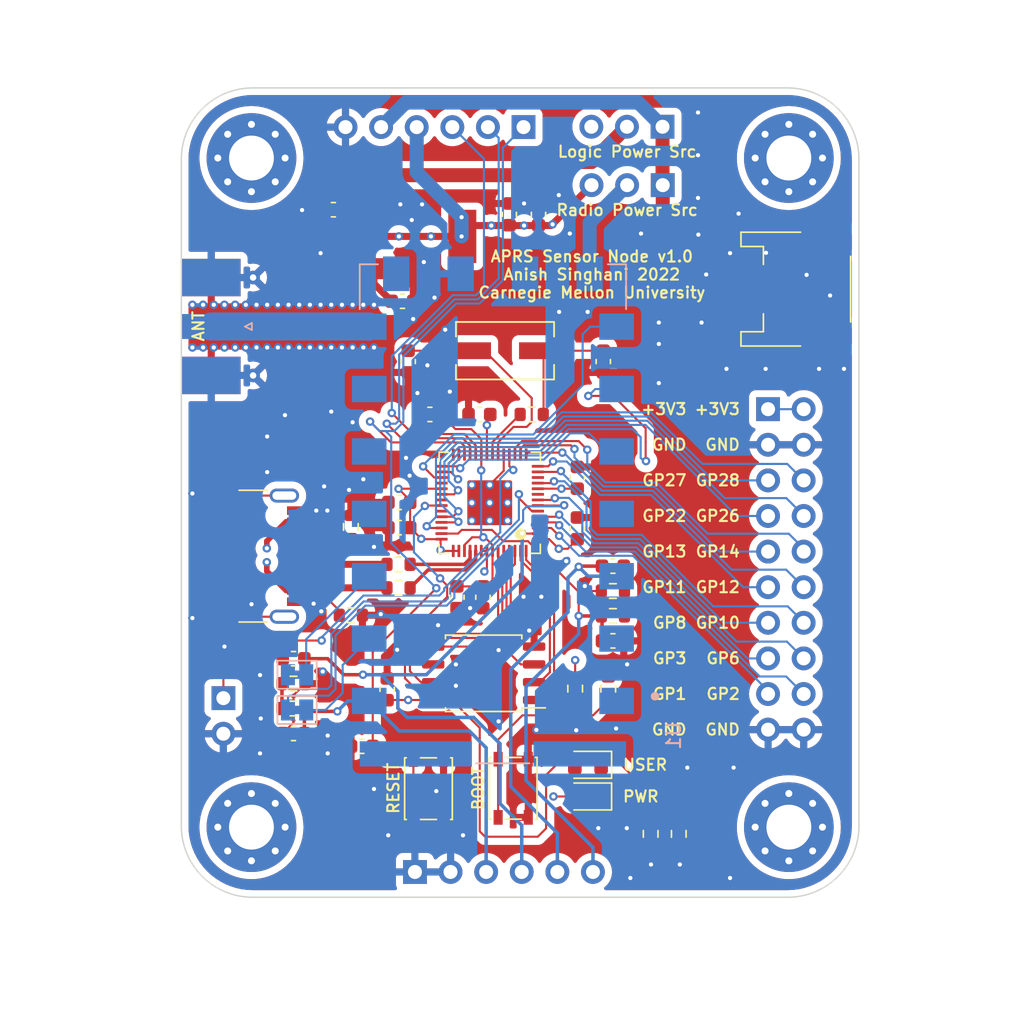
<source format=kicad_pcb>
(kicad_pcb (version 20211014) (generator pcbnew)
  (layers (0 "F.Cu" signal) (1 "In1.Cu" signal) (2 "In2.Cu" signal) (31 "B.Cu" signal) (34 "B.Paste" user) (35 "F.Paste" user) (36 "B.SilkS" user "B.Silkscreen") (37 "F.SilkS" user "F.Silkscreen") (38 "B.Mask" user) (39 "F.Mask" user) (44 "Edge.Cuts" user))
  (net 0 "")
  (net 1 "PWRSRC")
  (net 2 "GND")
  (net 3 "+3V3")
  (net 4 "DAC_OUT")
  (net 5 "Net-(C6-Pad2)")
  (net 6 "AF_OUT")
  (net 7 "Net-(C7-Pad2)")
  (net 8 "MIC_IN")
  (net 9 "ADC_IN")
  (net 10 "RSTn")
  (net 11 "Net-(C11-Pad1)")
  (net 12 "Net-(C12-Pad1)")
  (net 13 "Net-(C13-Pad1)")
  (net 14 "Net-(D1-Pad1)")
  (net 15 "LED")
  (net 16 "Net-(D2-Pad1)")
  (net 17 "+5V")
  (net 18 "Net-(J2-PadA5)")
  (net 19 "USB_P")
  (net 20 "USB_N")
  (net 22 "Net-(J2-PadB5)")
  (net 24 "unconnected-(J2-PadS1)")
  (net 25 "Net-(J3-Pad1)")
  (net 26 "+VBAT")
  (net 27 "SWDIO")
  (net 28 "SWCLK")
  (net 29 "Net-(R3-Pad1)")
  (net 30 "Net-(JP1-Pad1)")
  (net 31 "DRA_RX")
  (net 32 "Net-(JP2-Pad1)")
  (net 33 "DRA_TX")
  (net 34 "PWRLEVEL")
  (net 35 "V_RADIO")
  (net 36 "/QSPI_SS")
  (net 37 "Net-(R11-Pad1)")
  (net 38 "Net-(R12-Pad2)")
  (net 39 "Net-(R13-Pad2)")
  (net 41 "DRA_PTT")
  (net 42 "DRA_PD")
  (net 43 "DRA_PWR")
  (net 44 "/QSPI_SD1")
  (net 45 "/QSPI_SD2")
  (net 46 "/QSPI_SD0")
  (net 47 "/QSPI_SCLK")
  (net 48 "/QSPI_SD3")
  (net 53 "GP28")
  (net 55 "GP27")
  (net 58 "GP26")
  (net 59 "GP22")
  (net 60 "GP14")
  (net 61 "GP13")
  (net 62 "GP12")
  (net 63 "GP11")
  (net 64 "GP8")
  (net 65 "GP6")
  (net 66 "GP3")
  (net 67 "GP2")
  (net 68 "GP1")
  (net 69 "GP10")
  (footprint "Capacitor_SMD:C_0603_1608Metric" (layer "F.Cu") (at 210.566 120.396)
    (fp_text reference "C8" hide)
    (fp_text value "10n")
  )
  (footprint "MountingHole:MountingHole_3.2mm_M3_Pad_Via" (layer "F.Cu") (at 245.9012 127.08)
    (fp_text reference "H3" hide)
    (fp_text value "MountingHole")
  )
  (footprint "Capacitor_SMD:C_0603_1608Metric" (layer "F.Cu") (at 224.0788 110.6802 -90)
    (fp_text reference "C14" hide)
    (fp_text value "100n")
  )
  (footprint "ECS-120-20-3X-TR:XTAL_ECS-120-20-3X-TR" (layer "F.Cu") (at 225.6536 93.091)
    (fp_text reference "Y1" hide)
    (fp_text value "ECS-120-20-3X-TR")
  )
  (footprint "LED_SMD:LED_0805_2012Metric" (layer "F.Cu") (at 231.5718 122.6312 180)
    (fp_text reference "D1" hide)
    (fp_text value "USERLED")
  )
  (footprint "Capacitor_SMD:C_0603_1608Metric" (layer "F.Cu") (at 233.3498 113.792 180)
    (fp_text reference "C9" hide)
    (fp_text value "10n")
  )
  (footprint "Connector_PinHeader_2.54mm:PinHeader_1x06_P2.54mm_Vertical" (layer "F.Cu") (at 219.2274 130.2766 90)
    (fp_text reference "J8" hide)
    (fp_text value "Debug")
  )
  (footprint "LED_SMD:LED_0805_2012Metric" (layer "F.Cu") (at 231.5718 124.8918 180)
    (fp_text reference "D2" hide)
    (fp_text value "PWRLED")
  )
  (footprint "Capacitor_SMD:C_0603_1608Metric" (layer "F.Cu") (at 230.8098 105.7656 90)
    (fp_text reference "C16" hide)
    (fp_text value "100n")
  )
  (footprint "Package_SO:SOIC-8_5.23x5.23mm_P1.27mm" (layer "F.Cu") (at 224.1296 116.1034 180)
    (fp_text reference "U3" hide)
    (fp_text value "W25Q128JVS")
  )
  (footprint "Capacitor_SMD:C_0603_1608Metric" (layer "F.Cu") (at 225.9584 83.3628 90)
    (fp_text reference "C4" hide)
    (fp_text value "1u")
  )
  (footprint "Capacitor_SMD:C_0603_1608Metric" (layer "F.Cu") (at 230.8098 102.1588 90)
    (fp_text reference "C18" hide)
    (fp_text value "100n")
  )
  (footprint "Resistor_SMD:R_0603_1608Metric" (layer "F.Cu") (at 233.0196 117.1956 90)
    (fp_text reference "R3" hide)
    (fp_text value "1k")
  )
  (footprint "Button_Switch_SMD:SW_SPST_PTS810" (layer "F.Cu") (at 226.2378 124.3076 -90)
    (fp_text reference "SW1" hide)
    (fp_text value "Boot Button")
  )
  (footprint "Capacitor_SMD:C_0603_1608Metric" (layer "F.Cu") (at 218.3384 89.5604)
    (fp_text reference "C1" hide)
    (fp_text value "10u")
  )
  (footprint "Connector_PinHeader_2.54mm:PinHeader_1x02_P2.54mm_Vertical" (layer "F.Cu") (at 205.5622 117.8764)
    (fp_text reference "JP3" hide)
    (fp_text value "Power Level")
  )
  (footprint "Connector_PinHeader_2.54mm:PinHeader_1x06_P2.54mm_Vertical" (layer "F.Cu") (at 226.9744 77.1398 -90)
    (fp_text reference "J6" hide)
    (fp_text value "Debug")
  )
  (footprint "Connector_PinHeader_2.54mm:PinHeader_1x03_P2.54mm_Vertical" (layer "F.Cu") (at 236.9058 81.28 -90)
    (fp_text reference "JP5" hide)
    (fp_text value "Radio Power")
  )
  (footprint "Capacitor_SMD:C_0603_1608Metric" (layer "F.Cu") (at 218.1098 103.9114 180)
    (fp_text reference "C20" hide)
    (fp_text value "100n")
  )
  (footprint "Resistor_SMD:R_0603_1608Metric" (layer "F.Cu") (at 227.5586 97.6376)
    (fp_text reference "R11" hide)
    (fp_text value "1k")
  )
  (footprint "Resistor_SMD:R_0603_1608Metric" (layer "F.Cu") (at 214.6554 105.664 90)
    (fp_text reference "R1" hide)
    (fp_text value "5K1")
  )
  (footprint "Capacitor_SMD:C_0603_1608Metric" (layer "F.Cu") (at 210.566 115.062 180)
    (fp_text reference "C6" hide)
    (fp_text value "100n")
  )
  (footprint "Resistor_SMD:R_0603_1608Metric" (layer "F.Cu") (at 214.6554 111.9632)
    (fp_text reference "R2" hide)
    (fp_text value "5K1")
  )
  (footprint "MountingHole:MountingHole_3.2mm_M3_Pad_Via" (layer "F.Cu") (at 245.9012 79.3458)
    (fp_text reference "H2" hide)
    (fp_text value "MountingHole")
  )
  (footprint "Capacitor_SMD:C_0603_1608Metric" (layer "F.Cu") (at 217.2462 117.2464 90)
    (fp_text reference "C5" hide)
    (fp_text value "100n")
  )
  (footprint "MountingHole:MountingHole_3.2mm_M3_Pad_Via" (layer "F.Cu") (at 207.565 79.3458)
    (fp_text reference "H1" hide)
    (fp_text value "MountingHole")
  )
  (footprint "Capacitor_SMD:C_0603_1608Metric" (layer "F.Cu") (at 218.1098 105.7148 180)
    (fp_text reference "C19" hide)
    (fp_text value "1u")
  )
  (footprint "Resistor_SMD:R_0603_1608Metric" (layer "F.Cu") (at 210.566 116.84)
    (fp_text reference "R5" hide)
    (fp_text value "5k1")
  )
  (footprint "Connector_JST:JST_PH_S2B-PH-SM4-TB_1x02-1MP_P2.00mm_Horizontal" (layer "F.Cu") (at 245.7958 88.6968 90)
    (fp_text reference "J5" hide)
    (fp_text value "Conn_01x02")
  )
  (footprint "Resistor_SMD:R_0603_1608Metric" (layer "F.Cu") (at 238.0488 127.5588 -90)
    (fp_text reference "R9" hide)
    (fp_text value "1K")
  )
  (footprint "Capacitor_SMD:C_0603_1608Metric" (layer "F.Cu") (at 215.4428 121.3104 180)
    (fp_text reference "C10" hide)
    (fp_text value "0.1u")
  )
  (footprint "Capacitor_SMD:C_0603_1608Metric" (layer "F.Cu") (at 213.4108 83.0326 180)
    (fp_text reference "C2" hide)
    (fp_text value "1u")
  )
  (footprint "MountingHole:MountingHole_3.2mm_M3_Pad_Via" (layer "F.Cu") (at 207.565 127.08)
    (fp_text reference "H4" hide)
    (fp_text value "MountingHole")
  )
  (footprint "Button_Switch_SMD:SW_SPST_PTS810" (layer "F.Cu") (at 220.1926 124.333 90)
    (fp_text reference "SW2" hide)
    (fp_text value "Reset")
  )
  (footprint "Capacitor_SMD:C_0603_1608Metric" (layer "F.Cu") (at 228.0412 83.3628 90)
    (fp_text reference "C3" hide)
    (fp_text value "22u")
  )
  (footprint "Capacitor_SMD:C_0603_1608Metric" (layer "F.Cu") (at 223.8248 97.6376 180)
    (fp_text reference "C17" hide)
    (fp_text value "100n")
  )
  (footprint "Resistor_SMD:R_0603_1608Metric" (layer "F.Cu") (at 236.0422 127.5588 -90)
    (fp_text reference "R10" hide)
    (fp_text value "1K")
  )
  (footprint "Resistor_SMD:R_0603_1608Metric" (layer "F.Cu") (at 210.566 118.618)
    (fp_text reference "R7" hide)
    (fp_text value "5k1")
  )
  (footprint "Capacitor_SMD:C_0603_1608Metric" (layer "F.Cu") (at 222.2246 110.6802 -90)
    (fp_text reference "C15" hide)
    (fp_text value "1u")
  )
  (footprint "Capacitor_SMD:C_0603_1608Metric" (layer "F.Cu") (at 220.2942 97.6376 180)
    (fp_text reference "C13" hide)
    (fp_text value "100n")
  )
  (footprint "RP2040:RP2040-QFN-56" (layer "F.Cu") (at 224.5614 103.9368 180)
    (fp_text reference "U4" hide)
    (fp_text value "RP2040")
  )
  (footprint "Package_TO_SOT_SMD:SOT-223-3_TabPin2" (layer "F.Cu") (at 219.456 84.9376)
    (fp_text reference "U2" hide)
    (fp_text value "AZ1117-3.3")
  )
  (footprint "Capacitor_SMD:C_0603_1608Metric" (layer "F.Cu") (at 232.664 93.866 -90)
    (fp_text reference "C12" hide)
    (fp_text value "27p")
  )
  (footprint "Connector_PinHeader_2.54mm:PinHeader_1x03_P2.54mm_Vertical" (layer "F.Cu") (at 236.8908 77.1144 -90)
    (fp_text reference "JP4" hide)
    (fp_text value "System Power")
  )
  (footprint "USB_C_Receptacle_HRO_TYPE-C-31-M-12:USB_C_HRO-31-M-12_nofront" (layer "F.Cu") (at 206.7814 107.7468 -90)
    (fp_text reference "J2" hide)
    (fp_text value "USB_USER")
  )
  (footprint "Resistor_SMD:R_0603_1608Metric" (layer "F.Cu") (at 233.3498 110.236 180)
    (fp_text reference "R6" hide)
    (fp_text value "5k1")
  )
  (footprint "Capacitor_SMD:C_0603_1608Metric" (layer "F.Cu") (at 218.7448 93.866 -90)
    (fp_text reference "C11" hide)
    (fp_text value "27p")
  )
  (footprint "Resistor_SMD:R_0603_1608Metric" (layer "F.Cu") (at 218.059 108.331)
    (fp_text reference "R13" hide)
    (fp_text value "27R")
  )
  (footprint "Resistor_SMD:R_0603_1608Metric" (layer "F.Cu") (at 218.059 110.0074)
    (fp_text reference "R12" hide)
    (fp_text value "27R")
  )
  (footprint "Resistor_SMD:R_0603_1608Metric" (layer "F.Cu") (at 230.6574 117.1956 -90)
    (fp_text reference "R4" hide)
    (fp_text value "10k, DNF")
  )
  (footprint "Capacitor_SMD:C_0603_1608Metric" (layer "F.Cu") (at 233.3498 108.458)
    (fp_text reference "C7" hide)
    (fp_text value "100n")
  )
  (footprint "Connector_PinHeader_2.54mm:PinHeader_2x10_P2.54mm_Vertical" (layer "F.Cu") (at 244.4192 97.2616)
    (fp_text reference "J1" hide)
    (fp_text value "GPIO Header")
  )
  (footprint "Resistor_SMD:R_0603_1608Metric" (layer "F.Cu") (at 233.3498 112.014 180)
    (fp_text reference "R8" hide)
    (fp_text value "5k1")
  )
  (footprint "Jumper:SolderJumper-2_P1.3mm_Bridged_Pad1.0x1.5mm" (layer "B.Cu") (at 210.82 118.7196 180)
    (fp_text reference "JP2" hide)
    (fp_text value "TX_JMP")
  )
  (footprint "Connector_Coaxial:SMA_Molex_73251-2120_EdgeMount_Horizontal" (layer "B.Cu") (at 204.6964 91.3638 180)
    (fp_text reference "J3" hide)
    (fp_text value "Antenna")
  )
  (footprint "DRA818V:DORJI_DRA818V" (layer "B.Cu") (at 224.79 104.7262 90)
    (fp_text reference "U1")
    (fp_text value "DRA818V")
  )
  (footprint "Jumper:SolderJumper-2_P1.3mm_Bridged_Pad1.0x1.5mm" (layer "B.Cu") (at 210.82 116.205 180)
    (fp_text reference "JP1" hide)
    (fp_text value "RX_JMP")
  )
  (gr_arc (start 250.9012 127) (mid 249.413302 130.592102) (end 245.8212 132.08) (layer "Edge.Cuts") (width 0.1))
  (gr_line (start 202.565 79.4258) (end 202.565 127) (layer "Edge.Cuts") (width 0.1))
  (gr_line (start 207.645 132.08) (end 245.8212 132.08) (layer "Edge.Cuts") (width 0.1))
  (gr_arc (start 202.565 79.4258) (mid 204.052898 75.833698) (end 207.645 74.3458) (layer "Edge.Cuts") (width 0.1))
  (gr_arc (start 245.8212 74.3458) (mid 249.413302 75.833698) (end 250.9012 79.4258) (layer "Edge.Cuts") (width 0.1))
  (gr_line (start 245.8212 74.3458) (end 207.645 74.3458) (layer "Edge.Cuts") (width 0.1))
  (gr_arc (start 207.645 132.08) (mid 204.052898 130.592102) (end 202.565 127) (layer "Edge.Cuts") (width 0.1))
  (gr_line (start 250.9012 127) (end 250.9012 79.4258) (layer "Edge.Cuts") (width 0.1))
  (gr_text "ANT" (at 203.7842 91.3384 90) (layer "F.SilkS") (effects (font (size 0.8 0.8))))
  (gr_text "GND" (at 242.4938 99.7966) (layer "F.SilkS") (effects (font (size 0.8 0.8)) (justify right)))
  (gr_text "Logic Power Src" (at 234.3658 78.8924) (layer "F.SilkS") (effects (font (size 0.8 0.8))))
  (gr_text "PWR" (at 233.9848 124.8918) (layer "F.SilkS") (effects (font (size 0.8 0.8)) (justify left)))
  (gr_text "GP10" (at 242.4938 112.4966) (layer "F.SilkS") (effects (font (size 0.8 0.8)) (justify right)))
  (gr_text "+3V3" (at 242.4938 97.2566) (layer "F.SilkS") (effects (font (size 0.8 0.8)) (justify right)))
  (gr_text "GP3" (at 238.6838 115.0366) (layer "F.SilkS") (effects (font (size 0.8 0.8)) (justify right)))
  (gr_text "GND" (at 238.6838 99.7966) (layer "F.SilkS") (effects (font (size 0.8 0.8)) (justify right)))
  (gr_text "GP1" (at 238.6838 117.5766) (layer "F.SilkS") (effects (font (size 0.8 0.8)) (justify right)))
  (gr_text "USER" (at 233.9848 122.6312) (layer "F.SilkS") (effects (font (size 0.8 0.8)) (justify left)))
  (gr_text "GP22" (at 238.6838 104.8766) (layer "F.SilkS") (effects (font (size 0.8 0.8)) (justify right)))
  (gr_text "GP26" (at 242.4938 104.8766) (layer "F.SilkS") (effects (font (size 0.8 0.8)) (justify right)))
  (gr_text "GP28" (at 242.4938 102.3366) (layer "F.SilkS") (effects (font (size 0.8 0.8)) (justify right)))
  (gr_text "Radio Power Src" (at 234.3658 83.058) (layer "F.SilkS") (effects (font (size 0.8 0.8))))
  (gr_text "GP8" (at 238.6838 112.4966) (layer "F.SilkS") (effects (font (size 0.8 0.8)) (justify right)))
  (gr_text "GND" (at 242.4938 120.1166) (layer "F.SilkS") (effects (font (size 0.8 0.8)) (justify right)))
  (gr_text "GND" (at 238.6838 120.1166) (layer "F.SilkS") (effects (font (size 0.8 0.8)) (justify right)))
  (gr_text "BOOT" (at 223.7378 124.3076 90) (layer "F.SilkS") (effects (font (size 0.8 0.8))))
  (gr_text "GP27" (at 238.6838 102.3366) (layer "F.SilkS") (effects (font (size 0.8 0.8)) (justify right)))
  (gr_text "RESET" (at 217.6926 124.3076 90) (layer "F.SilkS") (effects (font (size 0.8 0.8))))
  (gr_text "+3V3" (at 238.6838 97.2566) (layer "F.SilkS") (effects (font (size 0.8 0.8)) (justify right)))
  (gr_text "GP6" (at 242.4938 115.0366) (layer "F.SilkS") (effects (font (size 0.8 0.8)) (justify right)))
  (gr_text "GP12" (at 242.4938 109.9566) (layer "F.SilkS") (effects (font (size 0.8 0.8)) (justify right)))
  (gr_text "APRS Sensor Node v1.0\nAnish Singhani 2022\nCarnegie Mellon University" (at 231.8512 87.6554) (layer "F.SilkS") (effects (font (size 0.8 0.8))))
  (gr_text "GP14" (at 242.4938 107.4166) (layer "F.SilkS") (effects (font (size 0.8 0.8)) (justify right)))
  (gr_text "GP11" (at 238.6838 109.9566) (layer "F.SilkS") (effects (font (size 0.8 0.8)) (justify right)))
  (gr_text "GP13" (at 238.6838 107.4166) (layer "F.SilkS") (effects (font (size 0.8 0.8)) (justify right)))
  (gr_text "GP2" (at 242.4938 117.5766) (layer "F.SilkS") (effects (font (size 0.8 0.8)) (justify right)))
  (segment (start 216.279 87.2106) (end 216.306 87.2376) (width 0.5) (layer "F.Cu") (net 1))
  (segment (start 216.306 87.2376) (end 216.306 88.303) (width 0.5) (layer "F.Cu") (net 1))
  (segment (start 214.4652 86.145822) (end 214.4652 81.429378) (width 1) (layer "F.Cu") (net 1))
  (segment (start 216.306 88.303) (end 217.5634 89.5604) (width 0.5) (layer "F.Cu") (net 1))
  (segment (start 215.325778 80.5688) (end 229.3366 80.5688) (width 1) (layer "F.Cu") (net 1))
  (segment (start 231.8362 79.629) (end 234.3508 77.1144) (width 1) (layer "F.Cu") (net 1))
  (segment (start 230.2764 79.629) (end 231.8362 79.629) (width 1) (layer "F.Cu") (net 1))
  (segment (start 216.306 87.2376) (end 215.556978 87.2376) (width 1) (layer "F.Cu") (net 1))
  (segment (start 214.4652 81.429378) (end 215.325778 80.5688) (width 1) (layer "F.Cu") (net 1))
  (segment (start 229.3366 80.5688) (end 230.2764 79.629) (width 1) (layer "F.Cu") (net 1))
  (segment (start 215.556978 87.2376) (end 214.4652 86.145822) (width 1) (layer "F.Cu") (net 1))
  (segment (start 232.5248 110.236) (end 231.6988 110.236) (width 0.15) (layer "F.Cu") (net 2))
  (segment (start 211.8602 110.9968) (end 212.0011 111.1377) (width 0.4) (layer "F.Cu") (net 2))
  (segment (start 227.7296 114.1984) (end 227.7296 113.4042) (width 0.15) (layer "F.Cu") (net 2))
  (segment (start 210.8264 110.9968) (end 211.8602 110.9968) (width 0.4) (layer "F.Cu") (net 2))
  (segment (start 234.1248 113.792) (end 234.1248 115.2274) (width 0.15) (layer "F.Cu") (net 2))
  (segment (start 212.8024 104.4968) (end 212.9778 104.4968) (width 0.4) (layer "F.Cu") (net 2))
  (segment (start 212.1904 104.4968) (end 212.8024 104.4968) (width 0.4) (layer "F.Cu") (net 2))
  (segment (start 225.5614 101.6618) (end 224.5614 102.6618) (width 0.15) (layer "F.Cu") (net 2))
  (segment (start 227.0128 82.5878) (end 228.0412 82.5878) (width 0.5) (layer "F.Cu") (net 2))
  (segment (start 225.9584 82.5878) (end 227.0128 82.5878) (width 0.5) (layer "F.Cu") (net 2))
  (segment (start 225.5614 100.4993) (end 225.5614 101.6618) (width 0.15) (layer "F.Cu") (net 2))
  (segment (start 211.391 116.84) (end 210.566 117.665) (width 0.15) (layer "F.Cu") (net 2))
  (segment (start 212.0011 111.1377) (end 212.5472 111.6838) (width 0.4) (layer "F.Cu") (net 2))
  (segment (start 210.566 117.665) (end 210.566 119.621) (width 0.15) (layer "F.Cu") (net 2))
  (segment (start 210.8264 104.4968) (end 212.1904 104.4968) (width 0.4) (layer "F.Cu") (net 2))
  (segment (start 210.566 119.621) (end 209.791 120.396) (width 0.15) (layer "F.Cu") (net 2))
  (segment (start 223.1644 111.4552) (end 222.2246 111.4552) (width 0.15) (layer "F.Cu") (net 2))
  (segment (start 234.1248 115.2274) (end 234.3658 115.4684) (width 0.15) (layer "F.Cu") (net 2))
  (segment (start 212.9778 104.4968) (end 212.979 104.4956) (width 0.4) (layer "F.Cu") (net 2))
  (segment (start 224.0788 111.4552) (end 223.1644 111.4552) (width 0.15) (layer "F.Cu") (net 2))
  (segment (start 227.7296 113.4042) (end 227.3808 113.0554) (width 0.15) (layer "F.Cu") (net 2))
  (segment (start 231.6988 110.236) (end 231.3432 109.8804) (width 0.15) (layer "F.Cu") (net 2))
  (via (at 215.5444 92.8624) (size 0.6) (drill 0.3) (layers "F.Cu" "B.Cu") (net 2))
  (via (at 220.7514 124.5108) (size 0.6) (drill 0.3) (layers "F.Cu" "B.Cu") (net 2))
  (via (at 230.2764 84.7344) (size 0.6) (drill 0.3) (layers "F.Cu" "B.Cu") (net 2))
  (via (at 206.4004 92.8624) (size 0.6) (drill 0.3) (layers "F.Cu" "B.Cu") (net 2))
  (via (at 209.4484 92.8624) (size 0.6) (drill 0.3) (layers "F.Cu" "B.Cu") (net 2))
  (via (at 204.8764 92.8624) (size 0.6) (drill 0.3) (layers "F.Cu" "B.Cu") (net 2))
  (via (at 220.1164 94.1324) (size 0.6) (drill 0.3) (layers "F.Cu" "B.Cu") (net 2))
  (via (at 222.1484 116.9924) (size 0.6) (drill 0.3) (layers "F.Cu" "B.Cu") (net 2))
  (via (at 222.1484 115.4684) (size 0.6) (drill 0.3) (layers "F.Cu" "B.Cu") (net 2))
  (via (at 239.4458 84.8106) (size 0.6) (drill 0.3) (layers "F.Cu" "B.Cu") (net 2))
  (via (at 206.4004 89.8144) (size 0.6) (drill 0.3) (layers "F.Cu" "B.Cu") (net 2))
  (via (at 239.4204 82.1944) (size 0.6) (drill 0.3) (layers "F.Cu" "B.Cu") (net 2))
  (via (at 234.3658 115.4684) (size 0.6) (drill 0.3) (layers "F.Cu" "B.Cu") (net 2))
  (via (at 212.5472 111.6838) (size 0.6) (drill 0.3) (layers "F.Cu" "B.Cu") (net 2))
  (via (at 211.1756 83.058) (size 0.6) (drill 0.3) (layers "F.Cu" "B.Cu") (net 2))
  (via (at 208.2292 119.3292) (size 0.6) (drill 0.3) (layers "F.Cu" "B.Cu") (net 2))
  (via (at 211.7344 92.8624) (size 0.6) (drill 0.3) (layers "F.Cu" "B.Cu") (net 2))
  (via (at 236.6264 92.6084) (size 0.6) (drill 0.3) (layers "F.Cu" "B.Cu") (net 2))
  (via (at 210.2104 92.8624) (size 0.6) (drill 0.3) (layers "F.Cu" "B.Cu") (net 2))
  (via (at 214.7824 92.8624) (size 0.6) (drill 0.3) (layers "F.Cu" "B.Cu") (net 2))
  (via (at 214.0204 92.8624) (size 0.6) (drill 0.3) (layers "F.Cu" "B.Cu") (net 2))
  (via (at 229.5144 90.3224) (size 0.6) (drill 0.3) (layers "F.Cu" "B.Cu") (net 2))
  (via (at 219.8624 86.7664) (size 0.6) (drill 0.3) (layers "F.Cu" "B.Cu") (net 2))
  (via (at 205.6384 92.8624) (size 0.6) (drill 0.3) (layers "F.Cu" "B.Cu") (net 2))
  (via (at 240.0046 87.6554) (size 0.6) (drill 0.3) (layers "F.Cu" "B.Cu") (net 2))
  (via (at 249.8344 94.3864) (size 0.6) (drill 0.3) (layers "F.Cu" "B.Cu") (net 2))
  (via (at 212.6488 115.9764) (size 0.6) (drill 0.3) (layers "F.Cu" "B.Cu") (net 2))
  (via (at 204.1144 89.8144) (size 0.6) (drill 0.3) (layers "F.Cu" "B.Cu") (net 2))
  (via (at 247.1674 87.6808) (size 0.6) (drill 0.3) (layers "F.Cu" "B.Cu") (net 2))
  (via (at 241.4524 94.3864) (size 0.6) (drill 0.3) (layers "F.Cu" "B.Cu") (net 2))
  (via (at 236.6264 95.4024) (size 0.6) (drill 0.3) (layers "F.Cu" "B.Cu") (net 2))
  (via (at 213.2584 92.8624) (size 0.6) (drill 0.3) (layers "F.Cu" "B.Cu") (net 2))
  (via (at 218.186 82.6516) (size 0.6) (drill 0.3) (layers "F.Cu" "B.Cu") (net 2))
  (via (at 203.3524 89.8144) (size 0.6) (drill 0.3) (layers "F.Cu" "B.Cu") (net 2))
  (via (at 248.8438 89.154) (size 0.6) (drill 0.3) (layers "F.Cu" "B.Cu") (net 2))
  (via (at 208.6864 101.7524) (size 0.6) (drill 0.3) (layers "F.Cu" "B.Cu") (net 2))
  (via (at 218.8464 102.0064) (size 0.6) (drill 0.3) (layers "F.Cu" "B.Cu") (net 2))
  (via (at 205.6384 89.8144) (size 0.6) (drill 0.3) (layers "F.Cu" "B.Cu") (net 2))
  (via (at 208.6864 92.8624) (size 0.6) (drill 0.3) (layers "F.Cu" "B.Cu") (net 2))
  (via (at 204.1144 92.8624) (size 0.6) (drill 0.3) (layers "F.Cu" "B.Cu") (net 2))
  (via (at 212.4964 92.8624) (size 0.6) (drill 0.3) (layers "F.Cu" "B.Cu") (net 2))
  (via (at 210.9724 92.8624) (size 0.6) (drill 0.3) (layers "F.Cu" "B.Cu") (net 2))
  (via (at 216.789 111.887) (size 0.6) (drill 0.3) (layers "F.Cu" "B.Cu") (net 2))
  (via (at 231.5464 90.3224) (size 0.6) (drill 0.3) (layers "F.Cu" "B.Cu") (net 2))
  (via (at 239.4204 76.0984) (size 0.6) (drill 0.3) (layers "F.Cu" "B.Cu") (net 2))
  (via (at 236.6264 91.0844) (size 0.6) (drill 0.3) (layers "F.Cu" "B.Cu") (net 2))
  (via (at 210.2104 89.8144) (size 0.6) (drill 0.3) (layers "F.Cu" "B.Cu") (net 2))
  (via (at 234.3404 127.1524) (size 0.6) (drill 0.3) (layers "F.Cu" "B.Cu") (net 2))
  (via (at 208.1784 121.8184) (size 0.6) (drill 0.3) (layers "F.Cu" "B.Cu") (net 2))
  (via (at 244.2718 86.106) (size 0.6) (drill 0.3) (layers "F.Cu" "B.Cu") (net 2))
  (via (at 213.2584 97.4344) (size 0.6) (drill 0.3) (layers "F.Cu" "B.Cu") (net 2))
  (via (at 221.7166 96.012) (size 0.6) (drill 0.3) (layers "F.Cu" "B.Cu") (net 2))
  (via (at 226.9744 110.6424) (size 0.6) (drill 0.3) (layers "F.Cu" "B.Cu") (net 2))
  (via (at 207.1624 92.8624) (size 0.6) (drill 0.3) (layers "F.Cu" "B.Cu") (net 2))
  (via (at 239.4204 79.1464) (size 0.6) (drill 0.3) (layers "F.Cu" "B.Cu") (net 2))
  (via (at 219.7354 82.6516) (size 0.6) (drill 0.3) (layers "F.Cu" "B.Cu") (net 2))
  (via (at 238.6584 122.8344) (size 0.6) (drill 0.3) (layers "F.Cu" "B.Cu") (net 2))
  (via (at 233.5784 120.0404) (size 0.6) (drill 0.3) (layers "F.Cu" "B.Cu") (net 2))
  (via (at 207.9244 89.8144) (size 0.6) (drill 0.3) (layers "F.Cu" "B.Cu") (net 2))
  (via (at 208.1784 116.2304) (size 0.6) (drill 0.3) (layers "F.Cu" "B.Cu") (net 2))
  (via (at 225.1964 119.5324) (size 0.6) (drill 0.3) (layers "F.Cu" "B.Cu") (net 2))
  (via (at 227.8888 120.142) (size 0.6) (drill 0.3) (layers "F.Cu" "B.Cu") (net 2))
  (via (at 244.2464 94.3864) (size 0.6) (drill 0.3) (layers "F.Cu" "B.Cu") (net 2))
  (via (at 203.3524 112.1664) (size 0.6) (drill 0.3) (layers "F.Cu" "B.Cu") (net 2))
  (via (at 214.0204 89.8144) (size 0.6) (drill 0.3) (layers "F.Cu" "B.Cu") (net 2))
  (via (at 225.1964 114.4524) (size 0.6) (drill 0.3) (layers "F.Cu" "B.Cu") (net 2))
  (via (at 216.3064 124.3584) (size 0.6) (drill 0.3) (layers "F.Cu" "B.Cu") (net 2))
  (via (at 204.8764 89.8144) (size 0.6) (drill 0.3) (layers "F.Cu" "B.Cu") (net 2))
  (via (at 217.9574 114.427) (size 0.6) (drill 0.3) (layers "F.Cu" "B.Cu") (net 2))
  (via (at 210.9724 89.8144) (size 0.6) (drill 0.3) (layers "F.Cu" "B.Cu") (net 2))
  (via (at 207.9244 92.8624) (size 0.6) (drill 0.3) (layers "F.Cu" "B.Cu") (net 2))
  (via (at 223.1644 111.4552) (size 0.6) (drill 0.3) (layers "F.Cu" "B.Cu") (net 2))
  (via (at 219.4052 96.1136) (size 0.6) (drill 0.3) (layers "F.Cu" "B.Cu") (net 2))
  (via (at 219.1004 90.8304) (size 0.6) (drill 0.3) (layers "F.Cu" "B.Cu") (net 2))
  (via (at 222.6564 127.6604) (size 0.6) (drill 0.3) (layers "F.Cu" "B.Cu") (net 2))
  (via (at 227.3808 113.0554) (size 0.6) (drill 0.3) (layers "F.Cu" "B.Cu") (net 2))
  (via (at 241.9604 122.8344) (size 0.6) (drill 0.3) (layers "F.Cu" "B.Cu") (net 2))
  (via (at 242.316 83.312) (size 0.6) (drill 0.3) (layers "F.Cu" "B.Cu") (net 2))
  (via (at 218.9988 83.7692) (size 0.6) (drill 0.3) (layers "F.Cu" "B.Cu") (net 2))
  (via (at 216.3064 92.8624) (size 0.6) (drill 0.3) (layers "F.Cu" "B.Cu") (net 2))
  (via (at 230.0224 108.1024) (size 0.6) (drill 0.3) (layers "F.Cu" "B.Cu") (net 2))
  (via (at 220.8784 112.6744) (size 0.6) (drill 0.3) (layers "F.Cu" "B.Cu") (net 2))
  (via (at 213.0044 120.5484) (size 0.6) (drill 0.3) (layers "F.Cu" "B.Cu") (net 2))
  (via (at 220.6244 89.3064) (size 0.6) (drill 0.3) (layers "F.Cu" "B.Cu") (net 2))
  (via (at 205.6384 114.1984) (size 0.6) (drill 0.3) (layers "F.Cu" "B.Cu") (net 2))
  (via (at 212.4964 89.8144) (size 0.6) (drill 0.3) (layers "F.Cu" "B.Cu") (net 2))
  (via (at 203.3524 103.2764) (size 0.6) (drill 0.3) (layers "F.Cu" "B.Cu") (net 2))
  (via (at 236.0676 129.7432) (size 0.6) (drill 0.3) (layers "F.Cu" "B.Cu") (net 2))
  (via (at 215.5444 89.8144) (size 0.6) (drill 0.3) (layers "F.Cu" "B.Cu") (net 2))
  (via (at 214.7824 98.1964) (size 0.6) (drill 0.3) (layers "F.Cu" "B.Cu") (net 2))
  (via (at 232.3084 127.1524) (size 0.6) (drill 0.3) (layers "F.Cu" "B.Cu") (net 2))
  (via (at 228.2444 110.6424) (size 0.6) (drill 0.3) (layers "F.Cu" "B.Cu") (net 2))
  (via (at 216.3064 107.0864) (size 0.6) (drill 0.3) (layers "F.Cu" "B.Cu") (net 2))
  (via (at 221.3864 91.5924) (size 0.6) (drill 0.3) (layers "F.Cu" "B.Cu") (net 2))
  (via (at 203.3524 92.8624) (size 0.6) (drill 0.3) (layers "F.Cu" "B.Cu") (net 2))
  (via (at 207.5688 111.1758) (size 0.6) (drill 0.3) (layers "F.Cu" "B.Cu") (net 2))
  (via (at 241.7064 130.7084) (size 0.6) (drill 0.3) (layers "F.Cu" "B.Cu") (net 2))
  (via (at 212.4964 86.1314) (size 0.6) (drill 0.3) (layers "F.Cu" "B.Cu") (net 2))
  (via (at 230.7336 120.1674) (size 0.6) (drill 0.3) (layers "F.Cu" "B.Cu") (net 2))
  (via (at 207.1624 89.8144) (size 0.6) (drill 0.3) (layers "F.Cu" "B.Cu") (net 2))
  (via (at 217.3224 127.6604) (size 0.6) (drill 0.3) (layers "F.Cu" "B.Cu") (net 2))
  (via (at 231.3432 109.8804) (size 0.6) (drill 0.3) (layers "F.Cu" "B.Cu") (net 2))
  (via (at 211.7344 89.8144) (size 0.6) (drill 0.3) (layers "F.Cu" "B.Cu") (net 2))
  (via (at 209.4484 89.8144) (size 0.6) (drill 0.3) (layers "F.Cu" "B.Cu") (net 2))
  (via (at 248.0564 94.3864) (size 0.6) (drill 0.3) (layers "F.Cu" "B.Cu") (net 2))
  (via (at 212.979 104.4956) (size 0.6) (drill 0.3) (layers "F.Cu" "B.Cu") (net 2))
  (via (at 239.6744 91.0844) (size 0.6) (drill 0.3) (layers "F.Cu" "B.Cu") (net 2))
  (via (at 212.1904 104.4968) (size 0.6) (drill 0.3) (layers "F.Cu" "B.Cu") (net 2))
  (via (at 212.7504 102.7684) (size 0.6) (drill 0.3) (layers "F.Cu" "B.Cu") (net 2))
  (via (at 214.5284 103.0224) (size 0.6) (drill 0.3) (layers "F.Cu" "B.Cu") (net 2))
  (via (at 216.3064 89.8144) (size 0.6) (drill 0.3) (layers "F.Cu" "B.Cu") (net 2))
  (via (at 214.7824 89.8144) (size 0.6) (drill 0.3) (layers "F.Cu" "B.Cu") (net 2))
  (via (at 238.125 129.7432) (size 0.6) (drill 0.3) (layers "F.Cu" "B.Cu") (net 2))
  (via (at 241.7064 86.1314) (size 0.6) (drill 0.3) (layers "F.Cu" "B.Cu") (net 2))
  (via (at 212.0011 111.1377) (size 0.6) (drill 0.3) (layers "F.Cu" "B.Cu") (net 2))
  (via (at 213.2584 89.8144) (size 0.6) (drill 0.3) (layers "F.Cu" "B.Cu") (net 2))
  (via (at 218.5924 100.7364) (size 0.6) (drill 0.3) (layers "F.Cu" "B.Cu") (net 2))
  (via (at 229.489 81.9912) (size 0.6) (drill 0.3) (layers "F.Cu" "B.Cu") (net 2))
  (via (at 208.6864 99.2124) (size 0.6) (drill 0.3) (layers "F.Cu" "B.Cu") (net 2))
  (via (at 234.5944 130.7084) (size 0.6) (drill 0.3) (layers "F.Cu" "B.Cu") (net 2))
  (via (at 215.5444 102.2604) (size 0.6) (drill 0.3) (layers "F.Cu" "B.Cu") (net 2))
  (via (at 208.6864 89.8144) (size 0.6) (drill 0.3) (layers "F.Cu" "B.Cu") (net 2))
  (via (at 227.0128 82.5878) (size 0.6) (drill 0.3) (layers "F.Cu" "B.Cu") (net 2))
  (via (at 209.9564 97.6884) (size 0.6) (drill 0.3) (layers "F.Cu" "B.Cu") (net 2))
  (via (at 235.3564 84.7344) (size 0.6) (drill 0.3) (layers "F.Cu" "B.Cu") (net 2))
  (via (at 213.0044 121.8184) (size 0.6) (drill 0.3) (layers "F.Cu" "B.Cu") (net 2))
  (segment (start 246.9592 120.1216) (end 244.4192 120.1216) (width 0.15) (layer "B.Cu") (net 2))
  (segment (start 244.4192 99.8016) (end 246.9592 99.8016) (width 0.15) (layer "B.Cu") (net 2))
  (segment (start 224.3614 98.3964) (end 224.3614 97.876) (width 0.15) (layer "F.Cu") (net 3))
  (segment (start 218.7448 118.0084) (end 217.2592 118.0084) (width 0.15) (layer "F.Cu") (net 3))
  (segment (start 230.8098 102.9338) (end 229.6792 102.9338) (width 0.15) (layer "F.Cu") (net 3))
  (segment (start 225.9838 84.1626) (end 224.676 84.1626) (width 0.5) (layer "F.Cu") (net 3))
  (segment (start 223.9614 107.3743) (end 224.3614 107.3743) (width 0.15) (layer "F.Cu") (net 3))
  (segment (start 230.6343 124.8918) (end 229.108 124.8918) (width 0.15) (layer "F.Cu") (net 3))
  (segment (start 227.0128 84.1626) (end 225.9838 84.1626) (width 0.5) (layer "F.Cu") (net 3))
  (segment (start 221.1239 102.9368) (end 218.0684 102.9368) (width 0.15) (layer "F.Cu") (net 3))
  (segment (start 221.9614 107.3743) (end 221.1155 107.3743) (width 0.15) (layer "F.Cu") (net 3))
  (segment (start 224.3614 97.876) (end 224.5998 97.6376) (width 0.15) (layer "F.Cu") (net 3))
  (segment (start 221.1239 106.5368) (end 219.7068 106.5368) (width 0.15) (layer "F.Cu") (net 3))
  (segment (start 221.0562 107.315) (end 221.0562 106.6045) (width 0.15) (layer "F.Cu") (net 3))
  (segment (start 224.676 84.1626) (end 223.381 84.1626) (width 0.5) (layer "F.Cu") (net 3))
  (segment (start 224.3614 108.658) (end 224.1804 108.839) (width 0.15) (layer "F.Cu") (net 3))
  (segment (start 228.8035 106.5368) (end 229.489 107.2223) (width 0.15) (layer "F.Cu") (net 3))
  (segment (start 219.6784 106.5084) (end 218.8848 105.7148) (width 0.15) (layer "F.Cu") (net 3))
  (segment (start 224.3614 100.4993) (end 224.3614 98.9552) (width 0.15) (layer "F.Cu") (net 3))
  (segment (start 219.7068 106.5368) (end 219.6784 106.5084) (width 0.15) (layer "F.Cu") (net 3))
  (segment (start 230.8098 106.5406) (end 230.1281 107.2223) (width 0.15) (layer "F.Cu") (net 3))
  (segment (start 230.1281 107.2223) (end 229.489 107.2223) (width 0.15) (layer "F.Cu") (net 3))
  (segment (start 218.8848 103.9114) (end 218.8848 105.7148) (width 0.15) (layer "F.Cu") (net 3))
  (segment (start 220.5296 118.0084) (end 218.7448 118.0084) (width 0.15) (layer "F.Cu") (net 3))
  (segment (start 216.306 84.9376) (end 218.0844 84.9376) (width 0.5) (layer "F.Cu") (net 3))
  (segment (start 224.3614 107.3743) (end 224.3614 108.658) (width 0.15) (layer "F.Cu") (net 3))
  (segment (start 224.3614 98.9552) (end 224.3614 98.3964) (width 0.15) (layer "F.Cu") (net 3))
  (segment (start 221.1155 107.3743) (end 221.0562 107.315) (width 0.15) (layer "F.Cu") (net 3))
  (segment (start 218.8848 103.9114) (end 218.8848 103.772) (width 0.15) (layer "F.Cu") (net 3))
  (segment (start 229.6792 102.9338) (end 228.0019 102.9338) (width 0.15) (layer "F.Cu") (net 3))
  (segment (start 218.0844 84.9376) (end 220.3704 84.9376) (width 0.5) (layer "F.Cu") (net 3))
  (segment (start 227.9989 106.5368) (end 228.8035 106.5368) (width 0.15) (layer "F.Cu") (net 3))
  (segment (start 222.5548 84.9376) (end 222.606 84.9376) (width 0.5) (layer "F.Cu") (net 3))
  (segment (start 228.0666 84.1626) (end 228.9432 84.1626) (width 0.5) (layer "F.Cu") (net 3))
  (segment (start 228.0666 84.1626) (end 227.0128 84.1626) (width 0.5) (layer "F.Cu") (net 3))
  (segment (start 218.0684 102.9368) (end 218.059 102.9462) (width 0.15) (layer "F.Cu") (net 3))
  (segment (start 223.381 84.1626) (end 222.606 84.9376) (width 0.5) (layer "F.Cu") (net 3))
  (segment (start 229.7938 83.312) (end 231.8258 81.28) (width 0.5) (layer "F.Cu") (net 3))
  (segment (start 230.6574 116.3706) (end 230.6574 115.1636) (width 0.15) (layer "F.Cu") (net 3))
  (segment (start 220.3704 84.9376) (end 222.5548 84.9376) (width 0.5) (layer "F.Cu") (net 3))
  (segment (start 228.0019 102.9338) (end 227.9989 102.9368) (width 0.15) (layer "F.Cu") (net 3))
  (segment (start 228.9432 84.1626) (end 229.7938 83.312) (width 0.5) (layer "F.Cu") (net 3))
  (segment (start 218.8848 103.772) (end 218.059 102.9462) (width 0.15) (layer "F.Cu") (net 3))
  (segment (start 221.0562 106.6045) (end 221.1239 106.5368) (width 0.15) (layer "F.Cu") (net 3))
  (segment (start 217.2592 118.0084) (end 217.2462 118.0214) (width 0.15) (layer "F.Cu") (net 3))
  (segment (start 222.3614 107.3743) (end 221.9614 107.3743) (width 0.15) (layer "F.Cu") (net 3))
  (via (at 222.5548 84.9376) (size 0.6) (drill 0.3) (layers "F.Cu" "B.Cu") (net 3))
  (via (at 221.0562 107.315) (size 0.6) (drill 0.3) (layers "F.Cu" "B.Cu") (net 3))
  (via (at 230.6574 115.1636) (size 0.6) (drill 0.3) (layers "F.Cu" "B.Cu") (net 3))
  (via (at 218.7448 118.0084) (size 0.6) (drill 0.3) (layers "F.Cu" "B.Cu") (net 3))
  (via (at 218.059 102.9462) (size 0.6) (drill 0.3) (layers "F.Cu" "B.Cu") (net 3))
  (via (at 227.0128 84.1626) (size 0.6) (drill 0.3) (layers "F.Cu" "B.Cu") (net 3))
  (via (at 222.5548 83.566) (size 0.6) (drill 0.3) (layers "F.Cu" "B.Cu") (net 3))
  (via (at 224.1804 108.839) (size 0.6) (drill 0.3) (layers "F.Cu" "B.Cu") (net 3))
  (via (at 218.0844 84.9376) (size 0.6) (drill 0.3) (layers "F.Cu" "B.Cu") (net 3))
  (via (at 219.6784 106.5084) (size 0.6) (drill 0.3) (layers "F.Cu" "B.Cu") (net 3))
  (via (at 229.489 107.2223) (size 0.6) (drill 0.3) (layers "F.Cu" "B.Cu") (net 3))
  (via (at 229.108 124.8918) (size 0.6) (drill 0.3) (layers "F.Cu" "B.Cu") (net 3))
  (via (at 224.676 84.1626) (size 0.6) (drill 0.3) (layers "F.Cu" "B.Cu") (net 3))
  (via (at 229.0468 84.074) (size 0.6) (drill 0.3) (layers "F.Cu" "B.Cu") (net 3))
  (via (at 224.3614 98.3964) (size 0.6) (drill 0.3) (layers "F.Cu" "B.Cu") (net 3))
  (via (at 229.6792 102.9338) (size 0.6) (drill 0.3) (layers "F.Cu" "B.Cu") (net 3))
  (via (at 220.3704 84.9376) (size 0.6) (drill 0.3) (layers "F.Cu" "B.Cu") (net 3))
  (segment (start 219.3544 80.3656) (end 222.5548 83.566) (width 1) (layer "B.Cu") (net 3))
  (segment (start 222.5548 83.566) (end 222.5548 84.9376) (width 1) (layer "B.Cu") (net 3))
  (segment (start 219.3544 77.1398) (end 219.3544 80.3656) (width 1) (layer "B.Cu") (net 3))
  (segment (start 246.9592 97.2616) (end 244.4192 97.2616) (width 0.15) (layer "B.Cu") (net 3))
  (segment (start 214.1474 116.205) (end 215.519 116.205) (width 0.25) (layer "F.Cu") (net 4))
  (segment (start 227.9989 106.1368) (end 226.8884 106.1368) (width 0.15) (layer "F.Cu") (net 4))
  (segment (start 211.341 115.062) (end 213.0044 115.062) (width 0.25) (layer "F.Cu") (net 4))
  (segment (start 226.8884 106.1368) (end 226.8728 106.1212) (width 0.15) (layer "F.Cu") (net 4))
  (segment (start 213.3092 115.3668) (end 214.1474 116.205) (width 0.25) (layer "F.Cu") (net 4))
  (segment (start 213.0044 115.062) (end 213.3092 115.3668) (width 0.25) (layer "F.Cu") (net 4))
  (via (at 226.8728 106.1212) (size 0.6) (drill 0.3) (layers "F.Cu" "B.Cu") (net 4))
  (via (at 215.519 116.205) (size 0.6) (drill 0.3) (layers "F.Cu" "B.Cu") (net 4))
  (segment (start 223.4184 119.253) (end 225.298 121.1326) (width 0.25) (layer "B.Cu") (net 4))
  (segment (start 216.5604 116.205) (end 220.0402 116.205) (width 0.25) (layer "B.Cu") (net 4))
  (segment (start 223.0628 119.253) (end 223.4184 119.253) (width 0.25) (layer "B.Cu") (net 4))
  (segment (start 218.0082 117.395378) (end 218.0082 118.5926) (width 0.25) (layer "B.Cu") (net 4))
  (segment (start 215.519 116.205) (end 216.5604 116.205) (width 0.25) (layer "B.Cu") (net 4))
  (segment (start 226.8474 126.9492) (end 226.8474 130.2766) (width 0.25) (layer "B.Cu") (net 4))
  (segment (start 220.0402 116.205) (end 226.8728 109.3724) (width 0.25) (layer "B.Cu") (net 4))
  (segment (start 216.817822 116.205) (end 218.0082 117.395378) (width 0.25) (layer "B.Cu") (net 4))
  (segment (start 225.298 125.3998) (end 226.8474 126.9492) (width 0.25) (layer "B.Cu") (net 4))
  (segment (start 225.298 121.1326) (end 225.298 125.3998) (width 0.25) (layer "B.Cu") (net 4))
  (segment (start 218.6686 119.253) (end 223.0628 119.253) (width 0.25) (layer "B.Cu") (net 4))
  (segment (start 216.5604 116.205) (end 216.817822 116.205) (width 0.25) (layer "B.Cu") (net 4))
  (segment (start 218.0082 118.5926) (end 218.6686 119.253) (width 0.25) (layer "B.Cu") (net 4))
  (segment (start 226.8728 109.3724) (end 226.8728 106.1212) (width 0.25) (layer "B.Cu") (net 4))
  (segment (start 209.791 116.79) (end 209.741 116.84) (width 0.25) (layer "F.Cu") (net 5))
  (segment (start 209.741 116.84) (end 209.741 118.618) (width 0.25) (layer "F.Cu") (net 5))
  (segment (start 209.791 115.062) (end 209.791 116.79) (width 0.25) (layer "F.Cu") (net 5))
  (segment (start 232.5748 108.458) (end 230.9622 108.458) (width 0.25) (layer "F.Cu") (net 6))
  (segment (start 230.9622 108.458) (end 230.9114 108.5088) (width 0.25) (layer "F.Cu") (net 6))
  (via (at 230.9114 108.5088) (size 0.6) (drill 0.3) (layers "F.Cu" "B.Cu") (net 6))
  (segment (start 229.3874 127.508) (end 226.06 124.1806) (width 0.25) (layer "B.Cu") (net 6))
  (segment (start 226.06 124.1806) (end 226.06 115.824) (width 0.25) (layer "B.Cu") (net 6))
  (segment (start 226.06 115.824) (end 230.146297 111.737703) (width 0.25) (layer "B.Cu") (net 6))
  (segment (start 230.146297 111.737703) (end 230.146297 109.273903) (width 0.25) (layer "B.Cu") (net 6))
  (segment (start 230.9114 108.5088) (end 231.5788 109.1762) (width 0.25) (layer "B.Cu") (net 6))
  (segment (start 231.5788 109.1762) (end 233.615 109.1762) (width 0.25) (layer "B.Cu") (net 6))
  (segment (start 229.3874 130.2766) (end 229.3874 127.508) (width 0.25) (layer "B.Cu") (net 6))
  (segment (start 230.146297 109.273903) (end 230.9114 108.5088) (width 0.25) (layer "B.Cu") (net 6))
  (segment (start 234.1248 110.186) (end 234.1748 110.236) (width 0.25) (layer "F.Cu") (net 7))
  (segment (start 234.1248 108.458) (end 234.1248 110.186) (width 0.25) (layer "F.Cu") (net 7))
  (segment (start 234.1748 110.236) (end 234.1748 112.014) (width 0.25) (layer "F.Cu") (net 7))
  (segment (start 211.5942 118.8212) (end 211.391 118.618) (width 0.25) (layer "F.Cu") (net 8))
  (segment (start 211.341 120.396) (end 211.341 118.668) (width 0.25) (layer "F.Cu") (net 8))
  (segment (start 211.341 118.668) (end 211.391 118.618) (width 0.25) (layer "F.Cu") (net 8))
  (segment (start 213.6902 118.8212) (end 211.5942 118.8212) (width 0.25) (layer "F.Cu") (net 8))
  (via (at 213.6902 118.8212) (size 0.6) (drill 0.3) (layers "F.Cu" "B.Cu") (net 8))
  (segment (start 223.106022 120.2182) (end 218.107 120.2182) (width 0.25) (layer "B.Cu") (net 8))
  (segment (start 218.107 120.2182) (end 215.965 118.0762) (width 0.25) (layer "B.Cu") (net 8))
  (segment (start 214.4352 118.0762) (end 213.6902 118.8212) (width 0.25) (layer "B.Cu") (net 8))
  (segment (start 215.965 118.0762) (end 214.4352 118.0762) (width 0.25) (layer "B.Cu") (net 8))
  (segment (start 224.3074 130.2766) (end 224.3074 121.419578) (width 0.25) (layer "B.Cu") (net 8))
  (segment (start 224.3074 121.419578) (end 223.106022 120.2182) (width 0.25) (layer "B.Cu") (net 8))
  (segment (start 227.292829 106.68) (end 225.5266 106.68) (width 0.15) (layer "F.Cu") (net 9))
  (segment (start 230.9114 112.014) (end 230.9114 110.2868) (width 0.15) (layer "F.Cu") (net 9))
  (segment (start 232.5748 113.792) (end 232.5748 112.064) (width 0.25) (layer "F.Cu") (net 9))
  (segment (start 222.302978 106.1368) (end 222.563689 105.876089) (width 0.15) (layer "F.Cu") (net 9))
  (segment (start 221.1239 106.1368) (end 222.302978 106.1368) (width 0.15) (layer "F.Cu") (net 9))
  (segment (start 232.5248 112.014) (end 230.9114 112.014) (width 0.25) (layer "F.Cu") (net 9))
  (segment (start 230.9114 110.2868) (end 230.899629 110.2868) (width 0.15) (layer "F.Cu") (net 9))
  (segment (start 225.5266 106.68) (end 224.722689 105.876089) (width 0.15) (layer "F.Cu") (net 9))
  (segment (start 232.5748 112.064) (end 232.5248 112.014) (width 0.25) (layer "F.Cu") (net 9))
  (segment (start 222.563689 105.876089) (end 224.722689 105.876089) (width 0.15) (layer "F.Cu") (net 9))
  (segment (start 230.899629 110.2868) (end 227.292829 106.68) (width 0.15) (layer "F.Cu") (net 9))
  (via (at 230.9114 112.014) (size 0.6) (drill 0.3) (layers "F.Cu" "B.Cu") (net 9))
  (segment (start 227.1522 117.0686) (end 227.1522 123.7488) (width 0.25) (layer "B.Cu") (net 9))
  (segment (start 230.9114 113.3094) (end 227.1522 117.0686) (width 0.25) (layer "B.Cu") (net 9))
  (segment (start 231.9274 128.524) (end 231.9274 130.2766) (width 0.25) (layer "B.Cu") (net 9))
  (segment (start 230.9114 112.014) (end 230.9114 113.3094) (width 0.25) (layer "B.Cu") (net 9))
  (segment (start 227.1522 123.7488) (end 231.9274 128.524) (width 0.25) (layer "B.Cu") (net 9))
  (segment (start 222.49344 99.63364) (end 221.09216 99.63364) (width 0.15) (layer "F.Cu") (net 10))
  (segment (start 216.2178 114.5664) (end 220.7514 110.0328) (width 0.15) (layer "F.Cu") (net 10))
  (segment (start 219.1176 126.408) (end 219.1176 122.258) (width 0.15) (layer "F.Cu") (net 10))
  (segment (start 222.7614 99.9016) (end 222.49344 99.63364) (width 0.15) (layer "F.Cu") (net 10))
  (segment (start 221.09216 99.63364) (end 217.51504 99.63364) (width 0.15) (layer "F.Cu") (net 10))
  (segment (start 216.2178 121.3104) (end 216.2178 114.6426) (width 0.15) (layer "F.Cu") (net 10))
  (segment (start 216.2178 114.6426) (end 216.2178 114.5664) (width 0.15) (layer "F.Cu") (net 10))
  (segment (start 222.7614 100.4993) (end 222.7614 99.9016) (width 0.15) (layer "F.Cu") (net 10))
  (segment (start 219.1176 122.258) (end 217.1654 122.258) (width 0.15) (layer "F.Cu") (net 10))
  (segment (start 217.51504 99.63364) (end 216.027 98.1456) (width 0.15) (layer "F.Cu") (net 10))
  (segment (start 217.1654 122.258) (end 216.2178 121.3104) (width 0.15) (layer "F.Cu") (net 10))
  (via (at 220.7514 110.0328) (size 0.6) (drill 0.3) (layers "F.Cu" "B.Cu") (net 10))
  (via (at 216.027 98.1456) (size 0.6) (drill 0.3) (layers "F.Cu" "B.Cu") (net 10))
  (segment (start 218.400431 93.495141) (end 218.400431 98.176954) (width 0.15) (layer "B.Cu") (net 10))
  (segment (start 220.7514 110.0328) (end 217.534489 106.815889) (width 0.15) (layer "B.Cu") (net 10))
  (segment (start 225.5012 88.061194) (end 223.834753 89.72764) (width 0.15) (layer "B.Cu") (net 10))
  (segment (start 226.9744 77.1398) (end 225.5012 78.613) (width 0.15) (layer "B.Cu") (net 10))
  (segment (start 225.5012 78.613) (end 225.5012 88.061194) (width 0.15) (layer "B.Cu") (net 10))
  (segment (start 218.400431 98.176954) (end 217.754874 98.822511) (width 0.15) (layer "B.Cu") (net 10))
  (segment (start 217.754874 98.822511) (end 217.135333 98.822511) (width 0.15) (layer "B.Cu") (net 10))
  (segment (start 223.834753 89.72764) (end 222.167932 89.72764) (width 0.15) (layer "B.Cu") (net 10))
  (segment (start 217.534489 106.815889) (end 217.534489 99.221667) (width 0.15) (layer "B.Cu") (net 10))
  (segment (start 222.167932 89.72764) (end 218.400431 93.495141) (width 0.15) (layer "B.Cu") (net 10))
  (segment (start 217.135333 98.822511) (end 216.703911 98.822511) (width 0.15) (layer "B.Cu") (net 10))
  (segment (start 217.534489 99.221667) (end 217.135333 98.822511) (width 0.15) (layer "B.Cu") (net 10))
  (segment (start 216.703911 98.822511) (end 216.027 98.1456) (width 0.15) (layer "B.Cu") (net 10))
  (segment (start 227.203 98.5266) (end 227.5586 98.171) (width 0.15) (layer "F.Cu") (net 11))
  (segment (start 218.7448 93.091) (end 222.9036 93.091) (width 0.15) (layer "F.Cu") (net 11))
  (segment (start 224.1804 93.091) (end 222.9036 93.091) (width 0.15) (layer "F.Cu") (net 11))
  (segment (start 226.2632 98.5266) (end 227.203 98.5266) (width 0.15) (layer "F.Cu") (net 11))
  (segment (start 227.5586 98.171) (end 227.5586 96.4692) (width 0.15) (layer "F.Cu") (net 11))
  (segment (start 227.5586 96.4692) (end 224.1804 93.091) (width 0.15) (layer "F.Cu") (net 11))
  (segment (start 225.1614 100.4993) (end 225.1614 99.6284) (width 0.15) (layer "F.Cu") (net 11))
  (segment (start 225.1614 99.6284) (end 226.2632 98.5266) (width 0.15) (layer "F.Cu") (net 11))
  (segment (start 228.4036 97.6176) (end 228.3836 97.6376) (width 0.15) (layer "F.Cu") (net 12))
  (segment (start 232.664 93.091) (end 228.4036 93.091) (width 0.15) (layer "F.Cu") (net 12))
  (segment (start 228.4036 93.091) (end 228.4036 97.6176) (width 0.15) (layer "F.Cu") (net 12))
  (segment (start 223.9614 100.4993) (end 223.9614 99.3998) (width 0.15) (layer "F.Cu") (net 13))
  (segment (start 223.9614 99.3998) (end 223.2406 98.679) (width 0.15) (layer "F.Cu") (net 13))
  (segment (start 223.2406 98.679) (end 222.1106 98.679) (width 0.15) (layer "F.Cu") (net 13))
  (segment (start 223.9614 100.4993) (end 223.9614 101.6158) (width 0.15) (layer "F.Cu") (net 13))
  (segment (start 223.309371 106.4006) (end 224.1042 106.4006) (width 0.15) (layer "F.Cu") (net 13))
  (segment (start 224.7614 106.948571) (end 224.213429 106.4006) (width 0.15) (layer "F.Cu") (net 13))
  (segment (start 224.7614 107.3743) (end 224.7614 106.948571) (width 0.15) (layer "F.Cu") (net 13))
  (segment (start 224.7614 109.4518) (end 224.7614 107.3743) (width 0.15) (layer "F.Cu") (net 13))
  (segment (start 224.6376 109.5756) (end 224.7614 109.4518) (width 0.15) (layer "F.Cu") (net 13))
  (segment (start 222.7614 107.3743) (end 222.7614 106.948571) (width 0.15) (layer "F.Cu") (net 13))
  (segment (start 224.308 109.9052) (end 224.6376 109.5756) (width 0.15) (layer "F.Cu") (net 13))
  (segment (start 224.0788 109.9052) (end 224.308 109.9052) (width 0.15) (layer "F.Cu") (net 13))
  (segment (start 223.9614 101.6158) (end 223.9518 101.6254) (width 0.15) (layer "F.Cu") (net 13))
  (segment (start 222.7614 106.948571) (end 223.309371 106.4006) (width 0.15) (layer "F.Cu") (net 13))
  (segment (start 224.6376 109.5756) (end 224.7646 109.4486) (width 0.15) (layer "F.Cu") (net 13))
  (segment (start 222.1106 98.679) (end 221.0692 97.6376) (width 0.15) (layer "F.Cu") (net 13))
  (segment (start 224.213429 106.4006) (end 224.1042 106.4006) (width 0.15) (layer "F.Cu") (net 13))
  (segment (start 222.2246 109.9052) (end 224.0788 109.9052) (width 0.15) (layer "F.Cu") (net 13))
  (via (at 223.9518 101.6254) (size 0.6) (drill 0.3) (layers "F.Cu" "B.Cu") (net 13))
  (via (at 224.1042 106.4006) (size 0.6) (drill 0.3) (layers "F.Cu" "B.Cu") (net 13))
  (segment (start 223.9518 106.2482) (end 224.1042 106.4006) (width 0.15) (layer "B.Cu") (net 13))
  (segment (start 223.9518 101.6254) (end 223.9518 106.2482) (width 0.15) (layer "B.Cu") (net 13))
  (segment (start 232.5093 122.6312) (end 233.9462 122.6312) (width 0.15) (layer "F.Cu") (net 14))
  (segment (start 233.9462 122.6312) (end 238.0488 126.7338) (width 0.15) (layer "F.Cu") (net 14))
  (segment (start 228.583489 123.358911) (end 229.3112 122.6312) (width 0.15) (layer "F.Cu") (net 15))
  (segment (start 221.52508 110.65612) (end 218.5162 113.665) (width 0.15) (layer "F.Cu") (net 15))
  (segment (start 229.3112 122.6312) (end 230.6343 122.6312) (width 0.15) (layer "F.Cu") (net 15))
  (segment (start 228.583489 127.168911) (end 228.583489 123.358911) (width 0.15) (layer "F.Cu") (net 15))
  (segment (start 223.8502 119.999349) (end 223.8502 127.381) (width 0.15) (layer "F.Cu") (net 15))
  (segment (start 224.2312 127.762) (end 227.9904 127.762) (width 0.15) (layer "F.Cu") (net 15))
  (segment (start 221.1239 104.1368) (end 219.9672 104.1368) (width 0.15) (layer "F.Cu") (net 15))
  (segment (start 219.4052 117.348) (end 221.198851 117.348) (width 0.15) (layer "F.Cu") (net 15))
  (segment (start 227.9904 127.762) (end 228.583489 127.168911) (width 0.15) (layer "F.Cu") (net 15))
  (segment (start 218.5162 113.665) (end 218.5162 116.459) (width 0.15) (layer "F.Cu") (net 15))
  (segment (start 223.8502 127.381) (end 224.2312 127.762) (width 0.15) (layer "F.Cu") (net 15))
  (segment (start 218.5162 116.459) (end 219.4052 117.348) (width 0.15) (layer "F.Cu") (net 15))
  (segment (start 219.9672 104.1368) (end 219.9386 104.1654) (width 0.15) (layer "F.Cu") (net 15))
  (segment (start 221.198851 117.348) (end 223.8502 119.999349) (width 0.15) (layer "F.Cu") (net 15))
  (segment (start 221.021677 109.333726) (end 221.52508 109.837129) (width 0.15) (layer "F.Cu") (net 15))
  (segment (start 221.52508 109.837129) (end 221.52508 110.65612) (width 0.15) (layer "F.Cu") (net 15))
  (via (at 219.9386 104.1654) (size 0.6) (drill 0.3) (layers "F.Cu" "B.Cu") (net 15))
  (via (at 221.021677 109.333726) (size 0.6) (drill 0.3) (layers "F.Cu" "B.Cu") (net 15))
  (segment (start 219.153889 107.465938) (end 221.021677 109.333726) (width 0.15) (layer "B.Cu") (net 15))
  (segment (start 219.9386 104.1654) (end 219.153889 104.950111) (width 0.15) (layer "B.Cu") (net 15))
  (segment (start 219.153889 104.950111) (end 219.153889 107.465938) (width 0.15) (layer "B.Cu") (net 15))
  (segment (start 234.2002 124.8918) (end 236.0422 126.7338) (width 0.15) (layer "F.Cu") (net 16))
  (segment (start 232.5093 124.8918) (end 234.2002 124.8918) (width 0.15) (layer "F.Cu") (net 16))
  (segment (start 208.661 106.672539) (end 210.036739 105.2968) (width 0.4) (layer "F.Cu") (net 17))
  (segment (start 208.661 108.821061) (end 208.661 108.1786) (width 0.4) (layer "F.Cu") (net 17))
  (segment (start 208.661 107.188) (end 208.661 106.672539) (width 0.4) (layer "F.Cu") (net 17))
  (segment (start 210.036739 110.1968) (end 208.661 108.821061) (width 0.4) (layer "F.Cu") (net 17))
  (segment (start 210.8264 110.1968) (end 210.036739 110.1968) (width 0.4) (layer "F.Cu") (net 17))
  (segment (start 210.036739 105.2968) (end 210.8264 105.2968) (width 0.4) (layer "F.Cu") (net 17))
  (via (at 208.661 108.1786) (size 0.6) (drill 0.3) (layers "F.Cu" "B.Cu") (net 17))
  (via (at 208.661 107.188) (size 0.6) (drill 0.3) (layers "F.Cu" "B.Cu") (net 17))
  (segment (start 214.6554 106.489) (end 214.6476 106.4968) (width 0.15) (layer "F.Cu") (net 18))
  (segment (start 214.6476 106.4968) (end 210.8264 106.4968) (width 0.15) (layer "F.Cu") (net 18))
  (segment (start 209.826889 107.596911) (end 209.927 107.4968) (width 0.25) (layer "F.Cu") (net 19))
  (segment (start 209.8514 108.4968) (end 209.826889 108.472289) (width 0.25) (layer "F.Cu") (net 19))
  (segment (start 209.927 107.4968) (end 210.8264 107.4968) (width 0.25) (layer "F.Cu") (net 19))
  (segment (start 213.7918 110.0074) (end 212.2812 108.4968) (width 0.5) (layer "F.Cu") (net 19))
  (segment (start 210.8264 108.4968) (end 209.8514 108.4968) (width 0.25) (layer "F.Cu") (net 19))
  (segment (start 210.8264 108.4968) (end 212.2812 108.4968) (width 0.25) (layer "F.Cu") (net 19))
  (segment (start 217.234 110.0074) (end 213.7918 110.0074) (width 0.5) (layer "F.Cu") (net 19))
  (segment (start 209.826889 108.472289) (end 209.826889 107.596911) (width 0.25) (layer "F.Cu") (net 19))
  (segment (start 210.8264 106.9968) (end 211.750422 106.9968) (width 0.25) (layer "F.Cu") (net 20))
  (segment (start 213.054081 107.847281) (end 211.950911 107.847281) (width 0.5) (layer "F.Cu") (net 20))
  (segment (start 211.825911 107.921311) (end 211.750422 107.9968) (width 0.25) (layer "F.Cu") (net 20))
  (segment (start 211.825911 107.072289) (end 211.825911 107.921311) (width 0.25) (layer "F.Cu") (net 20))
  (segment (start 211.750422 106.9968) (end 211.825911 107.072289) (width 0.25) (layer "F.Cu") (net 20))
  (segment (start 211.750422 107.9968) (end 210.8264 107.9968) (width 0.25) (layer "F.Cu") (net 20))
  (segment (start 213.5378 108.331) (end 213.054081 107.847281) (width 0.5) (layer "F.Cu") (net 20))
  (segment (start 217.234 108.331) (end 213.5378 108.331) (width 0.5) (layer "F.Cu") (net 20))
  (segment (start 210.8264 109.4968) (end 211.7014 109.4968) (width 0.15) (layer "F.Cu") (net 22))
  (segment (start 211.7014 109.4968) (end 213.8304 111.6258) (width 0.15) (layer "F.Cu") (net 22))
  (segment (start 213.8304 111.6258) (end 213.8304 111.9632) (width 0.15) (layer "F.Cu") (net 22))
  (segment (start 205.7314 103.4268) (end 205.7314 112.0668) (width 0.15) (layer "F.Cu") (net 24))
  (segment (start 209.9114 103.4268) (end 205.7314 103.4268) (width 0.15) (layer "F.Cu") (net 24))
  (segment (start 209.9114 112.0668) (end 205.7314 112.0668) (width 0.15) (layer "F.Cu") (net 24))
  (segment (start 204.6964 91.3638) (end 215.9526 91.3638) (width 2) (layer "B.Cu") (net 25))
  (segment (start 215.9526 91.3638) (end 215.965 91.3762) (width 2) (layer "B.Cu") (net 25))
  (segment (start 236.9058 88.1888) (end 236.9058 81.28) (width 1) (layer "F.Cu") (net 26))
  (segment (start 238.4138 89.6968) (end 236.9058 88.1888) (width 1) (layer "F.Cu") (net 26))
  (segment (start 242.9458 89.6968) (end 238.4138 89.6968) (width 1) (layer "F.Cu") (net 26))
  (segment (start 236.8908 81.265) (end 236.9058 81.28) (width 1) (layer "F.Cu") (net 26))
  (segment (start 236.8908 77.1144) (end 236.8908 81.265) (width 1) (layer "F.Cu") (net 26))
  (segment (start 218.567 75.3872) (end 235.1636 75.3872) (width 1) (layer "B.Cu") (net 26))
  (segment (start 235.1636 75.3872) (end 236.8908 77.1144) (width 1) (layer "B.Cu") (net 26))
  (segment (start 216.8144 77.1398) (end 218.567 75.3872) (width 1) (layer "B.Cu") (net 26))
  (segment (start 223.1614 99.8698) (end 222.62572 99.33412) (width 0.15) (layer "F.Cu") (net 27))
  (segment (start 222.62572 99.33412) (end 220.12168 99.33412) (width 0.15) (layer "F.Cu") (net 27))
  (segment (start 223.1614 100.4993) (end 223.1614 99.8698) (width 0.15) (layer "F.Cu") (net 27))
  (segment (start 220.12168 99.33412) (end 218.25692 99.33412) (width 0.15) (layer "F.Cu") (net 27))
  (segment (start 218.25692 99.33412) (end 217.2208 98.298) (width 0.15) (layer "F.Cu") (net 27))
  (via (at 217.2208 98.298) (size 0.6) (drill 0.3) (layers "F.Cu" "B.Cu") (net 27))
  (segment (start 224.4344 77.1398) (end 225.200511 77.905911) (width 0.15) (layer "B.Cu") (net 27))
  (segment (start 222.043866 89.42812) (end 218.100911 93.371075) (width 0.15) (layer "B.Cu") (net 27))
  (segment (start 218.100911 98.052889) (end 217.8558 98.298) (width 0.15) (layer "B.Cu") (net 27))
  (segment (start 218.100911 93.371075) (end 218.100911 98.052889) (width 0.15) (layer "B.Cu") (net 27))
  (segment (start 225.200511 87.938297) (end 223.710688 89.42812) (width 0.15) (layer "B.Cu") (net 27))
  (segment (start 223.710688 89.42812) (end 222.043866 89.42812) (width 0.15) (layer "B.Cu") (net 27))
  (segment (start 217.8558 98.298) (end 217.2208 98.298) (width 0.15) (layer "B.Cu") (net 27))
  (segment (start 225.200511 77.905911) (end 225.200511 87.938297) (width 0.15) (layer "B.Cu") (net 27))
  (segment (start 223.009065 99.29388) (end 222.749785 99.0346) (width 0.15) (layer "F.Cu") (net 28))
  (segment (start 219.456 99.0346) (end 219.075 99.0346) (width 0.15) (layer "F.Cu") (net 28))
  (segment (start 222.749785 99.0346) (end 219.456 99.0346) (width 0.15) (layer "F.Cu") (net 28))
  (segment (start 223.5614 100.4993) (end 223.5614 99.846214) (width 0.15) (layer "F.Cu") (net 28))
  (segment (start 223.5614 99.846214) (end 223.009065 99.29388) (width 0.15) (layer "F.Cu") (net 28))
  (segment (start 219.075 99.0346) (end 217.5764 97.536) (width 0.15) (layer "F.Cu") (net 28))
  (via (at 217.5764 97.536) (size 0.6) (drill 0.3) (layers "F.Cu" "B.Cu") (net 28))
  (segment (start 224.151489 79.396889) (end 224.151489 88.563733) (width 0.15) (layer "B.Cu") (net 28))
  (segment (start 221.9198 89.1286) (end 217.5764 93.472) (width 0.15) (layer "B.Cu") (net 28))
  (segment (start 221.8944 77.1398) (end 224.151489 79.396889) (width 0.15) (layer "B.Cu") (net 28))
  (segment (start 217.5764 93.472) (end 217.5764 97.536) (width 0.15) (layer "B.Cu") (net 28))
  (segment (start 224.151489 88.563733) (end 223.586622 89.1286) (width 0.15) (layer "B.Cu") (net 28))
  (segment (start 223.586622 89.1286) (end 221.9198 89.1286) (width 0.15) (layer "B.Cu") (net 28))
  (segment (start 225.1628 122.2326) (end 225.1628 120.836) (width 0.15) (layer "F.Cu") (net 29))
  (segment (start 226.8982 119.1006) (end 231.9396 119.1006) (width 0.15) (layer "F.Cu") (net 29))
  (segment (start 225.1628 126.3826) (end 225.1628 122.2326) (width 0.15) (layer "F.Cu") (net 29))
  (segment (start 231.9396 119.1006) (end 233.0196 118.0206) (width 0.15) (layer "F.Cu") (net 29))
  (segment (start 225.1628 120.836) (end 226.8982 119.1006) (width 0.15) (layer "F.Cu") (net 29))
  (segment (start 211.47 116.205) (end 211.47 113.6712) (width 0.15) (layer "B.Cu") (net 30))
  (segment (start 211.47 113.6712) (end 215.965 109.1762) (width 0.15) (layer "B.Cu") (net 30))
  (segment (start 226.6442 103.607829) (end 227.573171 104.5368) (width 0.15) (layer "F.Cu") (net 31))
  (segment (start 227.573171 104.5368) (end 227.9989 104.5368) (width 0.15) (layer "F.Cu") (net 31))
  (segment (start 226.6442 103.3272) (end 226.6442 103.607829) (width 0.15) (layer "F.Cu") (net 31))
  (via (at 226.6442 103.3272) (size 0.6) (drill 0.3) (layers "F.Cu" "B.Cu") (net 31))
  (segment (start 226.6442 103.3272) (end 226.6442 105.145772) (width 0.15) (layer "B.Cu") (net 31))
  (segment (start 210.2358 117.221) (end 210.17 117.1552) (width 0.15) (layer "B.Cu") (net 31))
  (segment (start 213.26368 116.96172) (end 213.0044 117.221) (width 0.15) (layer "B.Cu") (net 31))
  (segment (start 213.0044 117.221) (end 210.2358 117.221) (width 0.15) (layer "B.Cu") (net 31))
  (segment (start 210.17 117.1552) (end 210.17 116.205) (width 0.15) (layer "B.Cu") (net 31))
  (segment (start 213.26368 113.279913) (end 213.26368 116.96172) (width 0.15) (layer "B.Cu") (net 31))
  (segment (start 226.6442 105.145772) (end 221.742 110.047972) (width 0.15) (layer "B.Cu") (net 31))
  (segment (start 221.363934 110.97788) (end 215.565713 110.97788) (width 0.15) (layer "B.Cu") (net 31))
  (segment (start 221.742 110.047972) (end 221.742 110.599814) (width 0.15) (layer "B.Cu") (net 31))
  (segment (start 215.565713 110.97788) (end 213.26368 113.279913) (width 0.15) (layer "B.Cu") (net 31))
  (segment (start 221.742 110.599814) (end 221.363934 110.97788) (width 0.15) (layer "B.Cu") (net 31))
  (segment (start 212.852 118.7196) (end 214.0712 117.5004) (width 0.15) (layer "B.Cu") (net 32))
  (segment (start 214.0712 115.52) (end 215.965 113.6262) (width 0.15) (layer "B.Cu") (net 32))
  (segment (start 214.0712 117.5004) (end 214.0712 115.52) (width 0.15) (layer "B.Cu") (net 32))
  (segment (start 211.47 118.7196) (end 212.852 118.7196) (width 0.15) (layer "B.Cu") (net 32))
  (segment (start 227.9989 104.1368) (end 229.8478 104.1368) (width 0.15) (layer "F.Cu") (net 33))
  (segment (start 229.8478 104.1368) (end 229.87 104.1146) (width 0.15) (layer "F.Cu") (net 33))
  (via (at 229.87 104.1146) (size 0.6) (drill 0.3) (layers "F.Cu" "B.Cu") (net 33))
  (segment (start 227.22312 104.1908) (end 226.94372 104.4702) (width 0.15) (layer "B.Cu") (net 33))
  (segment (start 226.94372 104.4702) (end 226.94372 105.269838) (width 0.15) (layer "B.Cu") (net 33))
  (segment (start 213.0806 117.7036) (end 210.286 117.7036) (width 0.15) (layer "B.Cu") (net 33))
  (segment (start 210.17 117.8196) (end 210.17 118.7196) (width 0.15) (layer "B.Cu") (net 33))
  (segment (start 215.689778 111.2774) (end 213.5632 113.403978) (width 0.15) (layer "B.Cu") (net 33))
  (segment (start 222.04152 110.72388) (end 221.488 111.2774) (width 0.15) (layer "B.Cu") (net 33))
  (segment (start 226.94372 105.269838) (end 222.04152 110.172038) (width 0.15) (layer "B.Cu") (net 33))
  (segment (start 213.5632 113.403978) (end 213.5632 117.221) (width 0.15) (layer "B.Cu") (net 33))
  (segment (start 221.488 111.2774) (end 215.689778 111.2774) (width 0.15) (layer "B.Cu") (net 33))
  (segment (start 229.87 104.1146) (end 229.7938 104.1908) (width 0.15) (layer "B.Cu") (net 33))
  (segment (start 210.286 117.7036) (end 210.17 117.8196) (width 0.15) (layer "B.Cu") (net 33))
  (segment (start 213.5632 117.221) (end 213.0806 117.7036) (width 0.15) (layer "B.Cu") (net 33))
  (segment (start 229.7938 104.1908) (end 227.22312 104.1908) (width 0.15) (layer "B.Cu") (net 33))
  (segment (start 222.04152 110.172038) (end 222.04152 110.72388) (width 0.15) (layer "B.Cu") (net 33))
  (segment (start 225.9614 100.4993) (end 225.9614 101.3236) (width 0.15) (layer "F.Cu") (net 34))
  (segment (start 205.5622 116.1034) (end 205.5622 117.8764) (width 0.15) (layer "F.Cu") (net 34))
  (segment (start 212.5726 113.7666) (end 207.899 113.7666) (width 0.15) (layer "F.Cu") (net 34))
  (segment (start 207.899 113.7666) (end 205.5622 116.1034) (width 0.15) (layer "F.Cu") (net 34))
  (segment (start 225.9614 101.3236) (end 226.2378 101.6) (width 0.15) (layer "F.Cu") (net 34))
  (via (at 226.2378 101.6) (size 0.6) (drill 0.3) (layers "F.Cu" "B.Cu") (net 34))
  (via (at 212.5726 113.7666) (size 0.6) (drill 0.3) (layers "F.Cu" "B.Cu") (net 34))
  (segment (start 225.93045 101.6) (end 225.311889 102.218561) (width 0.15) (layer "B.Cu") (net 34))
  (segment (start 225.311889 106.054497) (end 221.3102 110.056186) (width 0.15) (layer "B.Cu") (net 34))
  (segment (start 226.2378 101.6) (end 225.93045 101.6) (width 0.15) (layer "B.Cu") (net 34))
  (segment (start 212.5726 113.538) (end 212.5726 113.7666) (width 0.15) (layer "B.Cu") (net 34))
  (segment (start 225.311889 102.218561) (end 225.311889 106.054497) (width 0.15) (layer "B.Cu") (net 34))
  (segment (start 221.3102 110.056186) (end 221.3102 110.215772) (width 0.15) (layer "B.Cu") (net 34))
  (segment (start 215.553289 110.557311) (end 212.5726 113.538) (width 0.15) (layer "B.Cu") (net 34))
  (segment (start 220.968661 110.557311) (end 215.553289 110.557311) (width 0.15) (layer "B.Cu") (net 34))
  (segment (start 221.3102 110.215772) (end 220.968661 110.557311) (width 0.15) (layer "B.Cu") (net 34))
  (segment (start 231.69 83.9558) (end 234.3658 81.28) (width 1) (layer "B.Cu") (net 35))
  (segment (start 231.69 87.6012) (end 231.69 83.9558) (width 1) (layer "B.Cu") (net 35))
  (segment (start 227.7418 118.0206) (end 227.7296 118.0084) (width 0.15) (layer "F.Cu") (net 36))
  (segment (start 227.1614 107.3743) (end 227.1614 108.018214) (width 0.15) (layer "F.Cu") (net 36))
  (segment (start 229.15352 116.87068) (end 228.0158 118.0084) (width 0.15) (layer "F.Cu") (net 36))
  (segment (start 228.0158 118.0084) (end 227.7296 118.0084) (width 0.15) (layer "F.Cu") (net 36))
  (segment (start 233.0196 116.3706) (end 232.3074 116.3706) (width 0.15) (layer "F.Cu") (net 36))
  (segment (start 230.6574 118.0206) (end 227.7418 118.0206) (width 0.15) (layer "F.Cu") (net 36))
  (segment (start 227.1614 108.018214) (end 229.15352 110.010335) (width 0.15) (layer "F.Cu") (net 36))
  (segment (start 229.15352 110.010335) (end 229.15352 116.87068) (width 0.15) (layer "F.Cu") (net 36))
  (segment (start 232.3074 116.3706) (end 230.6574 118.0206) (width 0.15) (layer "F.Cu") (net 36))
  (segment (start 226.7336 97.6376) (end 226.728614 97.6376) (width 0.15) (layer "F.Cu") (net 37))
  (segment (start 224.7614 99.604814) (end 224.7614 100.4993) (width 0.15) (layer "F.Cu") (net 37))
  (segment (start 226.728614 97.6376) (end 224.7614 99.604814) (width 0.15) (layer "F.Cu") (net 37))
  (segment (start 220.16088 108.73052) (end 218.884 110.0074) (width 0.25) (layer "F.Cu") (net 38))
  (segment (start 223.5614 108.086706) (end 222.917586 108.73052) (width 0.25) (layer "F.Cu") (net 38))
  (segment (start 223.5614 107.3743) (end 223.5614 108.086706) (width 0.25) (layer "F.Cu") (net 38))
  (segment (start 222.917586 108.73052) (end 220.16088 108.73052) (width 0.25) (layer "F.Cu") (net 38))
  (segment (start 222.7521 108.331) (end 223.1614 107.9217) (width 0.25) (layer "F.Cu") (net 39))
  (segment (start 218.884 108.331) (end 222.7521 108.331) (width 0.25) (layer "F.Cu") (net 39))
  (segment (start 223.1614 107.9217) (end 223.1614 107.3743) (width 0.25) (layer "F.Cu") (net 39))
  (segment (start 221.1239 101.3368) (end 222.317 101.3368) (width 0.15) (layer "F.Cu") (net 41))
  (segment (start 222.317 101.3368) (end 222.4532 101.473) (width 0.15) (layer "F.Cu") (net 41))
  (via (at 222.4532 101.473) (size 0.6) (drill 0.3) (layers "F.Cu" "B.Cu") (net 41))
  (segment (start 232.9404 100.2762) (end 233.615 100.2762) (width 0.15) (layer "B.Cu") (net 41))
  (segment (start 223.0628 100.8634) (end 228.4222 100.8634) (width 0.15) (layer "B.Cu") (net 41))
  (segment (start 222.4532 101.473) (end 223.0628 100.8634) (width 0.15) (layer "B.Cu") (net 41))
  (segment (start 228.4222 100.8634) (end 230.3018 98.9838) (width 0.15) (layer "B.Cu") (net 41))
  (segment (start 231.648 98.9838) (end 232.9404 100.2762) (width 0.15) (layer "B.Cu") (net 41))
  (segment (start 230.3018 98.9838) (end 231.648 98.9838) (width 0.15) (layer "B.Cu") (net 41))
  (segment (start 235.6866 100.9396) (end 235.712 100.965) (width 0.15) (layer "F.Cu") (net 42))
  (segment (start 235.6866 99.6188) (end 235.6866 100.9396) (width 0.15) (layer "F.Cu") (net 42))
  (segment (start 235.6866 99.6188) (end 235.6866 98.6282) (width 0.15) (layer "F.Cu") (net 42))
  (segment (start 233.3752 96.3168) (end 231.5972 96.3168) (width 0.15) (layer "F.Cu") (net 42))
  (segment (start 235.6866 98.6282) (end 233.3752 96.3168) (width 0.15) (layer "F.Cu") (net 42))
  (segment (start 221.1239 101.7368) (end 221.7772 101.7368) (width 0.15) (layer "F.Cu") (net 42))
  (segment (start 221.7772 101.7368) (end 222.3008 102.2604) (width 0.15) (layer "F.Cu") (net 42))
  (via (at 231.5972 96.3168) (size 0.6) (drill 0.3) (layers "F.Cu" "B.Cu") (net 42))
  (via (at 235.712 100.965) (size 0.6) (drill 0.3) (layers "F.Cu" "B.Cu") (net 42))
  (via (at 222.3008 102.2604) (size 0.6) (drill 0.3) (layers "F.Cu" "B.Cu") (net 42))
  (segment (start 228.298134 100.56388) (end 230.177734 98.68428) (width 0.15) (layer "B.Cu") (net 42))
  (segment (start 232.0878 95.8262) (end 233.615 95.8262) (width 0.15) (layer "B.Cu") (net 42))
  (segment (start 231.5972 96.3168) (end 232.0878 95.8262) (width 0.15) (layer "B.Cu") (net 42))
  (segment (start 235.5596 100.965) (end 235.331 100.7364) (width 0.15) (layer "B.Cu") (net 42))
  (segment (start 222.3008 102.2604) (end 221.928689 101.888289) (width 0.15) (layer "B.Cu") (net 42))
  (segment (start 222.620548 100.56388) (end 228.298134 100.56388) (width 0.15) (layer "B.Cu") (net 42))
  (segment (start 221.928689 101.255739) (end 222.620548 100.56388) (width 0.15) (layer "B.Cu") (net 42))
  (segment (start 235.712 100.965) (end 235.5596 100.965) (width 0.15) (layer "B.Cu") (net 42))
  (segment (start 221.928689 101.888289) (end 221.928689 101.255739) (width 0.15) (layer "B.Cu") (net 42))
  (segment (start 230.177734 98.68428) (end 234.75208 98.68428) (width 0.15) (layer "B.Cu") (net 42))
  (segment (start 235.331 99.2632) (end 235.331 100.7364) (width 0.15) (layer "B.Cu") (net 42))
  (segment (start 234.75208 98.68428) (end 235.331 99.2632) (width 0.15) (layer "B.Cu") (net 42))
  (segment (start 221.1239 102.1368) (end 220.6024 102.1368) (width 0.15) (layer "F.Cu") (net 43))
  (segment (start 220.6024 102.1368) (end 219.8116 101.346) (width 0.15) (layer "F.Cu") (net 43))
  (via (at 219.8116 101.346) (size 0.6) (drill 0.3) (layers "F.Cu" "B.Cu") (net 43))
  (segment (start 219.8116 101.2549) (end 222.000219 99.066281) (width 0.15) (layer "B.Cu") (net 43))
  (segment (start 231.1908 91.9226) (end 231.7372 91.3762) (width 0.15) (layer "B.Cu") (net 43))
  (segment (start 219.8116 101.346) (end 219.8116 101.2549) (width 0.15) (layer "B.Cu") (net 43))
  (segment (start 231.7372 91.3762) (end 233.615 91.3762) (width 0.15) (layer "B.Cu") (net 43))
  (segment (start 222.000219 99.066281) (end 227.677806 99.066281) (width 0.15) (layer "B.Cu") (net 43))
  (segment (start 231.1908 95.553287) (end 231.1908 91.9226) (width 0.15) (layer "B.Cu") (net 43))
  (segment (start 227.677806 99.066281) (end 231.1908 95.553287) (width 0.15) (layer "B.Cu") (net 43))
  (segment (start 227.7296 116.7384) (end 228.1428 116.7384) (width 0.15) (layer "F.Cu") (net 44))
  (segment (start 228.854 116.0272) (end 228.854 110.1344) (width 0.15) (layer "F.Cu") (net 44))
  (segment (start 228.1428 116.7384) (end 228.854 116.0272) (width 0.15) (layer "F.Cu") (net 44))
  (segment (start 226.7614 108.0418) (end 226.7614 107.3743) (width 0.15) (layer "F.Cu") (net 44))
  (segment (start 228.854 110.1344) (end 226.7614 108.0418) (width 0.15) (layer "F.Cu") (net 44))
  (segment (start 226.3614 108.309) (end 226.06 108.6104) (width 0.15) (layer "F.Cu") (net 45))
  (segment (start 227.7296 115.4684) (end 226.7712 115.4684) (width 0.15) (layer "F.Cu") (net 45))
  (segment (start 226.7712 115.4684) (end 226.06 114.7572) (width 0.15) (layer "F.Cu") (net 45))
  (segment (start 226.3614 107.3743) (end 226.3614 108.309) (width 0.15) (layer "F.Cu") (net 45))
  (segment (start 226.06 114.7572) (end 226.06 108.6104) (width 0.15) (layer "F.Cu") (net 45))
  (segment (start 225.76044 112.576531) (end 225.76044 108.469946) (width 0.15) (layer "F.Cu") (net 46))
  (segment (start 225.9614 108.268986) (end 225.9614 107.3743) (width 0.15) (layer "F.Cu") (net 46))
  (segment (start 224.13857 114.1984) (end 225.76044 112.576531) (width 0.15) (layer "F.Cu") (net 46))
  (segment (start 220.5296 114.1984) (end 224.13857 114.1984) (width 0.15) (layer "F.Cu") (net 46))
  (segment (start 225.76044 108.469946) (end 225.9614 108.268986) (width 0.15) (layer "F.Cu") (net 46))
  (segment (start 219.17132 115.33612) (end 219.17132 113.992266) (width 0.15) (layer "F.Cu") (net 47))
  (segment (start 224.329865 113.58352) (end 225.46092 112.452465) (width 0.15) (layer "F.Cu") (net 47))
  (segment (start 225.5614 108.2454) (end 225.46092 108.34588) (width 0.15) (layer "F.Cu") (net 47))
  (segment (start 220.5296 115.4684) (end 219.3036 115.4684) (width 0.15) (layer "F.Cu") (net 47))
  (segment (start 219.3036 115.4684) (end 219.17132 115.33612) (width 0.15) (layer "F.Cu") (net 47))
  (segment (start 219.580066 113.58352) (end 224.329865 113.58352) (width 0.15) (layer "F.Cu") (net 47))
  (segment (start 219.17132 113.992266) (end 219.580066 113.58352) (width 0.15) (layer "F.Cu") (net 47))
  (segment (start 225.5614 107.3743) (end 225.5614 108.2454) (width 0.15) (layer "F.Cu") (net 47))
  (segment (start 225.46092 112.452465) (end 225.46092 108.34588) (width 0.15) (layer "F.Cu") (net 47))
  (segment (start 225.1614 112.3284) (end 225.1614 107.3743) (width 0.15) (layer "F.Cu") (net 48))
  (segment (start 220.5296 116.7384) (end 219.6592 116.7384) (width 0.15) (layer "F.Cu") (net 48))
  (segment (start 218.8718 113.8682) (end 219.456 113.284) (width 0.15) (layer "F.Cu") (net 48))
  (segment (start 219.456 113.284) (end 224.2058 113.284) (width 0.15) (layer "F.Cu") (net 48))
  (segment (start 219.6592 116.7384) (end 218.8718 115.951) (width 0.15) (layer "F.Cu") (net 48))
  (segment (start 224.2058 113.284) (end 225.1614 112.3284) (width 0.15) (layer "F.Cu") (net 48))
  (segment (start 218.8718 115.951) (end 218.8718 113.8682) (width 0.15) (layer "F.Cu") (net 48))
  (segment (start 221.1239 105.7368) (end 220.1892 105.7368) (width 0.15) (layer "F.Cu") (net 53))
  (segment (start 220.1892 105.7368) (end 220.0656 105.6132) (width 0.15) (layer "F.Cu") (net 53))
  (via (at 220.0656 105.6132) (size 0.6) (drill 0.3) (layers "F.Cu" "B.Cu") (net 53))
  (segment (start 239.734929 101.1682) (end 245.7858 101.1682) (width 0.15) (layer "B.Cu") (net 53))
  (segment (start 227.801872 99.365801) (end 229.681474 97.4862) (width 0.15) (layer "B.Cu") (net 53))
  (segment (start 222.124288 99.3658) (end 227.801872 99.365801) (width 0.15) (layer "B.Cu") (net 53))
  (segment (start 220.73061 100.759476) (end 222.124288 99.3658) (width 0.15) (layer "B.Cu") (net 53))
  (segment (start 229.681474 97.4862) (end 236.052929 97.4862) (width 0.15) (layer "B.Cu") (net 53))
  (segment (start 220.0656 105.6132) (end 220.730609 104.948191) (width 0.15) (layer "B.Cu") (net 53))
  (segment (start 220.730609 104.948191) (end 220.73061 100.759476) (width 0.15) (layer "B.Cu") (net 53))
  (segment (start 245.7858 101.1682) (end 246.9592 102.3416) (width 0.15) (layer "B.Cu") (net 53))
  (segment (start 236.052929 97.4862) (end 239.734929 101.1682) (width 0.15) (layer "B.Cu") (net 53))
  (segment (start 222.285263 105.3368) (end 222.326201 105.295862) (width 0.15) (layer "F.Cu") (net 55))
  (segment (start 221.1239 105.3368) (end 222.285263 105.3368) (width 0.15) (layer "F.Cu") (net 55))
  (via (at 222.326201 105.295862) (size 0.6) (drill 0.3) (layers "F.Cu" "B.Cu") (net 55))
  (segment (start 222.248353 99.66532) (end 227.925936 99.66532) (width 0.15) (layer "B.Cu") (net 55))
  (segment (start 235.928863 97.78572) (end 238.413372 100.270228) (width 0.15) (layer "B.Cu") (net 55))
  (segment (start 221.030129 100.883542) (end 222.248353 99.66532) (width 0.15) (layer "B.Cu") (net 55))
  (segment (start 229.805539 97.78572) (end 235.928863 97.78572) (width 0.15) (layer "B.Cu") (net 55))
  (segment (start 238.413372 100.270228) (end 240.484744 102.3416) (width 0.15) (layer "B.Cu") (net 55))
  (segment (start 221.030129 103.99979) (end 221.030129 100.883542) (width 0.15) (layer "B.Cu") (net 55))
  (segment (start 240.484744 102.3416) (end 244.4192 102.3416) (width 0.15) (layer "B.Cu") (net 55))
  (segment (start 222.326201 105.295862) (end 221.030129 103.99979) (width 0.15) (layer "B.Cu") (net 55))
  (segment (start 227.925936 99.66532) (end 229.805539 97.78572) (width 0.15) (layer "B.Cu") (net 55))
  (segment (start 221.1239 104.9368) (end 221.935711 104.9368) (width 0.15) (layer "F.Cu") (net 58))
  (segment (start 221.935711 104.9368) (end 222.326151 104.54636) (width 0.15) (layer "F.Cu") (net 58))
  (via (at 222.326151 104.54636) (size 0.6) (drill 0.3) (layers "F.Cu" "B.Cu") (net 58))
  (segment (start 246.9592 104.8816) (end 246.9592 104.8462) (width 0.15) (layer "B.Cu") (net 58))
  (segment (start 241.326158 103.6066) (end 245.7196 103.6066) (width 0.15) (layer "B.Cu") (net 58))
  (segment (start 222.372418 99.96484) (end 228.050002 99.96484) (width 0.15) (layer "B.Cu") (net 58))
  (segment (start 222.326151 104.54636) (end 222.326151 104.538151) (width 0.15) (layer "B.Cu") (net 58))
  (segment (start 221.329649 103.541649) (end 221.329649 101.007608) (width 0.15) (layer "B.Cu") (net 58))
  (segment (start 228.050002 99.96484) (end 229.929604 98.08524) (width 0.15) (layer "B.Cu") (net 58))
  (segment (start 235.804797 98.08524) (end 241.326158 103.6066) (width 0.15) (layer "B.Cu") (net 58))
  (segment (start 229.929604 98.08524) (end 235.804797 98.08524) (width 0.15) (layer "B.Cu") (net 58))
  (segment (start 222.326151 104.538151) (end 221.329649 103.541649) (width 0.15) (layer "B.Cu") (net 58))
  (segment (start 221.329649 101.007608) (end 222.372418 99.96484) (width 0.15) (layer "B.Cu") (net 58))
  (segment (start 246.9592 104.8462) (end 245.7196 103.6066) (width 0.15) (layer "B.Cu") (net 58))
  (segment (start 221.1239 103.3368) (end 222.0118 103.3368) (width 0.15) (layer "F.Cu") (net 59))
  (segment (start 222.0118 103.3368) (end 222.3008 103.0478) (width 0.15) (layer "F.Cu") (net 59))
  (via (at 222.3008 103.0478) (size 0.6) (drill 0.3) (layers "F.Cu" "B.Cu") (net 59))
  (segment (start 225.87164 100.26436) (end 225.964267 100.26436) (width 0.15) (layer "B.Cu") (net 59))
  (segment (start 225.68956 100.26436) (end 225.87164 100.26436) (width 0.15) (layer "B.Cu") (net 59))
  (segment (start 225.68956 100.26436) (end 228.174068 100.26436) (width 0.15) (layer "B.Cu") (net 59))
  (segment (start 235.680732 98.38476) (end 242.177572 104.8816) (width 0.15) (layer "B.Cu") (net 59))
  (segment (start 221.629169 102.376169) (end 221.629169 101.131673) (width 0.15) (layer "B.Cu") (net 59))
  (segment (start 225.964267 100.26436) (end 225.964268 100.26436) (width 0.15) (layer "B.Cu") (net 59))
  (segment (start 222.496483 100.26436) (end 225.68956 100.26436) (width 0.15) (layer "B.Cu") (net 59))
  (segment (start 221.629169 101.131673) (end 222.496483 100.26436) (width 0.15) (layer "B.Cu") (net 59))
  (segment (start 222.3008 103.0478) (end 221.629169 102.376169) (width 0.15) (layer "B.Cu") (net 59))
  (segment (start 242.177572 104.8816) (end 244.4192 104.8816) (width 0.15) (layer "B.Cu") (net 59))
  (segment (start 230.053669 98.38476) (end 235.680732 98.38476) (width 0.15) (layer "B.Cu") (net 59))
  (segment (start 225.87164 100.26436) (end 225.964268 100.26436) (width 0.15) (layer "B.Cu") (net 59))
  (segment (start 228.174068 100.26436) (end 230.053669 98.38476) (width 0.15) (layer "B.Cu") (net 59))
  (segment (start 226.3614 100.4993) (end 226.3614 100.049986) (width 0.15) (layer "F.Cu") (net 60))
  (segment (start 226.3614 100.049986) (end 226.873626 99.53776) (width 0.15) (layer "F.Cu") (net 60))
  (segment (start 226.873626 99.53776) (end 227.6094 99.53776) (width 0.15) (layer "F.Cu") (net 60))
  (segment (start 227.6094 99.53776) (end 230.90656 99.53776) (width 0.15) (layer "F.Cu") (net 60))
  (segment (start 230.90656 99.53776) (end 231.521 100.1522) (width 0.15) (layer "F.Cu") (net 60))
  (via (at 231.521 100.1522) (size 0.6) (drill 0.3) (layers "F.Cu" "B.Cu") (net 60))
  (segment (start 236.46444 102.504082) (end 240.106958 106.1466) (width 0.15) (layer "B.Cu") (net 60))
  (segment (start 246.9592 107.2084) (end 246.9592 107.4216) (width 0.15) (layer "B.Cu") (net 60))
  (segment (start 232.807597 102.47944) (end 236.46444 102.47944) (width 0.15) (layer "B.Cu") (net 60))
  (segment (start 240.106958 106.1466) (end 245.8974 106.1466) (width 0.15) (layer "B.Cu") (net 60))
  (segment (start 236.46444 102.47944) (end 236.46444 102.504082) (width 0.15) (layer "B.Cu") (net 60))
  (segment (start 231.521 101.192843) (end 232.807597 102.47944) (width 0.15) (layer "B.Cu") (net 60))
  (segment (start 245.8974 106.1466) (end 246.9592 107.2084) (width 0.15) (layer "B.Cu") (net 60))
  (segment (start 231.521 100.1522) (end 231.521 101.192843) (width 0.15) (layer "B.Cu") (net 60))
  (segment (start 226.7614 100.073571) (end 226.997691 99.83728) (width 0.15) (layer "F.Cu") (net 61))
  (segment (start 226.997691 99.83728) (end 230.34248 99.83728) (width 0.15) (layer "F.Cu") (net 61))
  (segment (start 230.34248 99.83728) (end 230.6066 100.1014) (width 0.15) (layer "F.Cu") (net 61))
  (segment (start 226.7614 100.4993) (end 226.7614 100.073571) (width 0.15) (layer "F.Cu") (net 61))
  (via (at 230.6066 100.1014) (size 0.6) (drill 0.3) (layers "F.Cu" "B.Cu") (net 61))
  (segment (start 232.683532 102.77896) (end 236.315732 102.77896) (width 0.15) (layer "B.Cu") (net 61))
  (segment (start 236.315732 102.77896) (end 240.958372 107.4216) (width 0.15) (layer "B.Cu") (net 61))
  (segment (start 231.182586 101.278014) (end 230.6066 100.702028) (width 0.15) (layer "B.Cu") (net 61))
  (segment (start 240.958372 107.4216) (end 244.4192 107.4216) (width 0.15) (layer "B.Cu") (net 61))
  (segment (start 231.182586 101.278014) (end 232.683532 102.77896) (width 0.15) (layer "B.Cu") (net 61))
  (segment (start 230.6066 100.702028) (end 230.6066 100.1014) (width 0.15) (layer "B.Cu") (net 61))
  (segment (start 229.743 100.36178) (end 227.29892 100.36178) (width 0.15) (layer "F.Cu") (net 62))
  (segment (start 227.29892 100.36178) (end 227.1614 100.4993) (width 0.15) (layer "F.Cu") (net 62))
  (via (at 229.743 100.36178) (size 0.6) (drill 0.3) (layers "F.Cu" "B.Cu") (net 62))
  (segment (start 229.83822 100.457) (end 229.743 100.36178) (width 0.15) (layer "B.Cu") (net 62))
  (segment (start 229.937986 100.457) (end 232.559466 103.07848) (width 0.15) (layer "B.Cu") (net 62))
  (segment (start 229.937986 100.457) (end 229.83822 100.457) (width 0.15) (layer "B.Cu") (net 62))
  (segment (start 245.7096 108.712) (end 246.9592 109.9616) (width 0.15) (layer "B.Cu") (net 62))
  (segment (start 232.559466 103.07848) (end 236.191666 103.07848) (width 0.15) (layer "B.Cu") (net 62))
  (segment (start 236.191666 103.07848) (end 241.825186 108.712) (width 0.15) (layer "B.Cu") (net 62))
  (segment (start 241.825186 108.712) (end 245.7096 108.712) (width 0.15) (layer "B.Cu") (net 62))
  (segment (start 228.7362 101.3368) (end 229.0826 100.9904) (width 0.15) (layer "F.Cu") (net 63))
  (segment (start 227.9989 101.3368) (end 228.7362 101.3368) (width 0.15) (layer "F.Cu") (net 63))
  (via (at 229.0826 100.9904) (size 0.6) (drill 0.3) (layers "F.Cu" "B.Cu") (net 63))
  (segment (start 232.4354 103.378) (end 236.0676 103.378) (width 0.15) (layer "B.Cu") (net 63))
  (segment (start 236.0676 103.378) (end 242.6512 109.9616) (width 0.15) (layer "B.Cu") (net 63))
  (segment (start 229.0826 100.9904) (end 230.0478 100.9904) (width 0.15) (layer "B.Cu") (net 63))
  (segment (start 242.6512 109.9616) (end 244.4192 109.9616) (width 0.15) (layer "B.Cu") (net 63))
  (segment (start 230.0478 100.9904) (end 232.4354 103.378) (width 0.15) (layer "B.Cu") (net 63))
  (segment (start 227.9989 102.5368) (end 229.016244 102.5368) (width 0.15) (layer "F.Cu") (net 64))
  (segment (start 229.016244 102.5368) (end 229.149543 102.403501) (width 0.15) (layer "F.Cu") (net 64))
  (via (at 229.149543 102.403501) (size 0.6) (drill 0.3) (layers "F.Cu" "B.Cu") (net 64))
  (segment (start 231.467265 103.980093) (end 231.467265 105.89319) (width 0.15) (layer "B.Cu") (net 64))
  (segment (start 244.4142 112.4966) (end 244.4192 112.5016) (width 0.15) (layer "B.Cu") (net 64))
  (segment (start 229.149543 102.403501) (end 229.890673 102.403501) (width 0.15) (layer "B.Cu") (net 64))
  (segment (start 231.467265 105.89319) (end 232.097395 106.52332) (width 0.15) (layer "B.Cu") (net 64))
  (segment (start 232.097395 106.52332) (end 235.280486 106.52332) (width 0.15) (layer "B.Cu") (net 64))
  (segment (start 235.280486 106.52332) (end 241.253766 112.4966) (width 0.15) (layer "B.Cu") (net 64))
  (segment (start 241.253766 112.4966) (end 244.4142 112.4966) (width 0.15) (layer "B.Cu") (net 64))
  (segment (start 229.890673 102.403501) (end 231.467265 103.980093) (width 0.15) (layer "B.Cu") (net 64))
  (segment (start 229.0851 103.7368) (end 229.2096 103.6123) (width 0.15) (layer "F.Cu") (net 65))
  (segment (start 227.9989 103.7368) (end 229.0851 103.7368) (width 0.15) (layer "F.Cu") (net 65))
  (via (at 229.2096 103.6123) (size 0.6) (drill 0.3) (layers "F.Cu" "B.Cu") (net 65))
  (segment (start 242.06839 113.73481) (end 242.12558 113.792) (width 0.15) (layer "B.Cu") (net 65))
  (segment (start 235.15642 106.82284) (end 242.06839 113.73481) (width 0.15) (layer "B.Cu") (net 65))
  (segment (start 231.167745 104.548745) (end 231.167745 106.017256) (width 0.15) (layer "B.Cu") (net 65))
  (segment (start 245.7604 113.8428) (end 242.17638 113.8428) (width 0.15) (layer "B.Cu") (net 65))
  (segment (start 246.9592 115.0416) (end 245.7604 113.8428) (width 0.15) (layer "B.Cu") (net 65))
  (segment (start 231.167745 106.017256) (end 231.973329 106.82284) (width 0.15) (layer "B.Cu") (net 65))
  (segment (start 242.06839 113.73481) (end 242.17638 113.8428) (width 0.15) (layer "B.Cu") (net 65))
  (segment (start 230.209089 103.590089) (end 231.167745 104.548745) (width 0.15) (layer "B.Cu") (net 65))
  (segment (start 229.2096 103.6123) (end 229.231811 103.590089) (width 0.15) (layer "B.Cu") (net 65))
  (segment (start 229.231811 103.590089) (end 230.209089 103.590089) (width 0.15) (layer "B.Cu") (net 65))
  (segment (start 231.973329 106.82284) (end 235.15642 106.82284) (width 0.15) (layer "B.Cu") (net 65))
  (segment (start 229.365097 104.9368) (end 229.5144 104.787497) (width 0.15) (layer "F.Cu") (net 66))
  (segment (start 227.9989 104.9368) (end 229.365097 104.9368) (width 0.15) (layer "F.Cu") (net 66))
  (via (at 229.5144 104.787497) (size 0.6) (drill 0.3) (layers "F.Cu" "B.Cu") (net 66))
  (segment (start 242.951594 115.0416) (end 244.4192 115.0416) (width 0.15) (layer "B.Cu") (net 66))
  (segment (start 231.849263 107.12236) (end 235.032354 107.12236) (width 0.15) (layer "B.Cu") (net 66))
  (segment (start 235.032354 107.12236) (end 242.951594 115.0416) (width 0.15) (layer "B.Cu") (net 66))
  (segment (start 229.5144 104.787497) (end 231.849263 107.12236) (width 0.15) (layer "B.Cu") (net 66))
  (segment (start 229.3142 105.3368) (end 229.5144 105.537) (width 0.15) (layer "F.Cu") (net 67))
  (segment (start 227.9989 105.3368) (end 229.3142 105.3368) (width 0.15) (layer "F.Cu") (net 67))
  (via (at 229.5144 105.537) (size 0.6) (drill 0.3) (layers "F.Cu" "B.Cu") (net 67))
  (segment (start 243.818408 116.332) (end 245.7096 116.332) (width 0.15) (layer "B.Cu") (net 67))
  (segment (start 231.39928 107.42188) (end 234.908288 107.42188) (width 0.15) (layer "B.Cu") (net 67))
  (segment (start 229.5144 105.537) (end 231.39928 107.42188) (width 0.15) (layer "B.Cu") (net 67))
  (segment (start 245.7096 116.332) (end 246.9592 117.5816) (width 0.15) (layer "B.Cu") (net 67))
  (segment (start 234.908288 107.42188) (end 243.818408 116.332) (width 0.15) (layer "B.Cu") (net 67))
  (segment (start 228.9522 105.7368) (end 229.5144 106.299) (width 0.15) (layer "F.Cu") (net 68))
  (segment (start 227.9989 105.7368) (end 228.9522 105.7368) (width 0.15) (layer "F.Cu") (net 68))
  (via (at 229.5144 106.299) (size 0.6) (drill 0.3) (layers "F.Cu" "B.Cu") (net 68))
  (segment (start 230.9368 107.7214) (end 234.784222 107.7214) (width 0.15) (layer "B.Cu") (net 68))
  (segment (start 234.784222 107.7214) (end 244.4192 117.356378) (width 0.15) (layer "B.Cu") (net 68))
  (segment (start 244.4192 117.356378) (end 244.4192 117.5816) (width 0.15) (layer "B.Cu") (net 68))
  (segment (start 229.5144 106.299) (end 230.9368 107.7214) (width 0.15) (layer "B.Cu") (net 68))
  (segment (start 227.9989 101.7368) (end 229.5808 101.7368) (width 0.15) (layer "F.Cu") (net 69))
  (segment (start 229.5808 101.7368) (end 229.6414 101.6762) (width 0.15) (layer "F.Cu") (net 69))
  (via (at 229.6414 101.6762) (size 0.6) (drill 0.3) (layers "F.Cu" "B.Cu") (net 69))
  (segment (start 232.221461 106.2238) (end 235.404552 106.2238) (width 0.15) (layer "B.Cu") (net 69))
  (segment (start 230.190193 102.279436) (end 231.766785 103.856028) (width 0.15) (layer "B.Cu") (net 69))
  (segment (start 229.6414 101.730642) (end 230.190193 102.279436) (width 0.15) (layer "B.Cu") (net 69))
  (segment (start 231.766785 103.856028) (end 231.766785 105.769124) (width 0.15) (layer "B.Cu") (net 69))
  (segment (start 231.766785 105.769124) (end 232.221461 106.2238) (width 0.15) (layer "B.Cu") (net 69))
  (segment (start 235.404552 106.2238) (end 240.508952 111.3282) (width 0.15) (layer "B.Cu") (net 69))
  (segment (start 246.9592 112.4662) (end 246.9592 112.5016) (width 0.15) (layer "B.Cu") (net 69))
  (segment (start 245.8212 111.3282) (end 246.9592 112.4662) (width 0.15) (layer "B.Cu") (net 69))
  (segment (start 240.508952 111.3282) (end 245.8212 111.3282) (width 0.15) (layer "B.Cu") (net 69))
  (segment (start 229.6414 101.6762) (end 229.6414 101.730642) (width 0.15) (layer "B.Cu") (net 69))
  (zone (net 2) (net_name "GND") (layers "F.Cu" "In2.Cu" "B.Cu") (connect_pads (clearance 0.508)) (min_thickness 0.254) (fill yes (thermal_gap 0.508) (thermal_bridge_width 0.508))
    (polygon (pts (xy 259.3594 136.4488) (xy 199.6186 136.4488) (xy 199.6186 70.739) (xy 259.3594 70.739)))
  )
)
</source>
